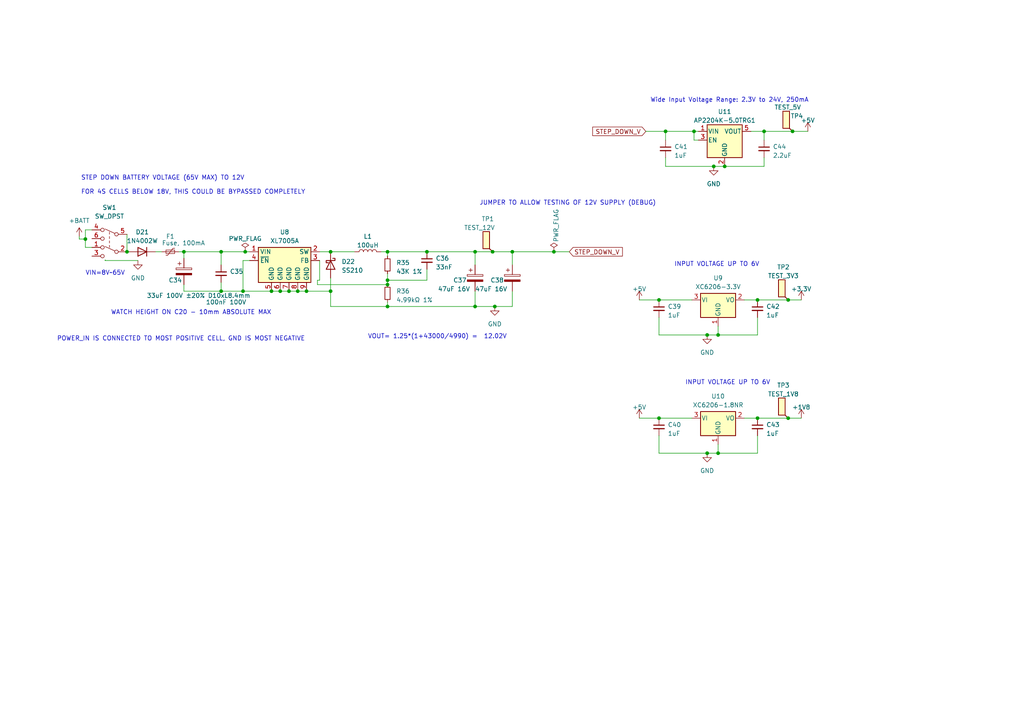
<source format=kicad_sch>
(kicad_sch (version 20230121) (generator eeschema)

  (uuid 37adc5e8-925d-4a3c-837f-64680f34d0d9)

  (paper "A4")

  (lib_symbols
    (symbol "Connector:TestPoint_Flag" (pin_numbers hide) (pin_names (offset 0.762) hide) (in_bom yes) (on_board yes)
      (property "Reference" "TP" (at 3.429 1.778 0)
        (effects (font (size 1.27 1.27)))
      )
      (property "Value" "TestPoint_Flag" (at 3.302 4.191 0)
        (effects (font (size 1.27 1.27)))
      )
      (property "Footprint" "" (at 5.08 0 0)
        (effects (font (size 1.27 1.27)) hide)
      )
      (property "Datasheet" "~" (at 5.08 0 0)
        (effects (font (size 1.27 1.27)) hide)
      )
      (property "ki_keywords" "test point tp" (at 0 0 0)
        (effects (font (size 1.27 1.27)) hide)
      )
      (property "ki_description" "test point (alternative flag-style design)" (at 0 0 0)
        (effects (font (size 1.27 1.27)) hide)
      )
      (property "ki_fp_filters" "Pin* Test*" (at 0 0 0)
        (effects (font (size 1.27 1.27)) hide)
      )
      (symbol "TestPoint_Flag_0_1"
        (polyline
          (pts
            (xy 0 0)
            (xy 0.889 0.889)
          )
          (stroke (width 0.254) (type default))
          (fill (type none))
        )
        (rectangle (start 0.889 2.794) (end 5.842 0.889)
          (stroke (width 0.254) (type default))
          (fill (type background))
        )
      )
      (symbol "TestPoint_Flag_1_1"
        (pin passive line (at 0 0 90) (length 0)
          (name "1" (effects (font (size 1.27 1.27))))
          (number "1" (effects (font (size 1.27 1.27))))
        )
      )
    )
    (symbol "Device:C_Polarized" (pin_numbers hide) (pin_names (offset 0.254)) (in_bom yes) (on_board yes)
      (property "Reference" "C" (at 0.635 2.54 0)
        (effects (font (size 1.27 1.27)) (justify left))
      )
      (property "Value" "C_Polarized" (at 0.635 -2.54 0)
        (effects (font (size 1.27 1.27)) (justify left))
      )
      (property "Footprint" "" (at 0.9652 -3.81 0)
        (effects (font (size 1.27 1.27)) hide)
      )
      (property "Datasheet" "~" (at 0 0 0)
        (effects (font (size 1.27 1.27)) hide)
      )
      (property "ki_keywords" "cap capacitor" (at 0 0 0)
        (effects (font (size 1.27 1.27)) hide)
      )
      (property "ki_description" "Polarized capacitor" (at 0 0 0)
        (effects (font (size 1.27 1.27)) hide)
      )
      (property "ki_fp_filters" "CP_*" (at 0 0 0)
        (effects (font (size 1.27 1.27)) hide)
      )
      (symbol "C_Polarized_0_1"
        (rectangle (start -2.286 0.508) (end 2.286 1.016)
          (stroke (width 0) (type default))
          (fill (type none))
        )
        (polyline
          (pts
            (xy -1.778 2.286)
            (xy -0.762 2.286)
          )
          (stroke (width 0) (type default))
          (fill (type none))
        )
        (polyline
          (pts
            (xy -1.27 2.794)
            (xy -1.27 1.778)
          )
          (stroke (width 0) (type default))
          (fill (type none))
        )
        (rectangle (start 2.286 -0.508) (end -2.286 -1.016)
          (stroke (width 0) (type default))
          (fill (type outline))
        )
      )
      (symbol "C_Polarized_1_1"
        (pin passive line (at 0 3.81 270) (length 2.794)
          (name "~" (effects (font (size 1.27 1.27))))
          (number "1" (effects (font (size 1.27 1.27))))
        )
        (pin passive line (at 0 -3.81 90) (length 2.794)
          (name "~" (effects (font (size 1.27 1.27))))
          (number "2" (effects (font (size 1.27 1.27))))
        )
      )
    )
    (symbol "Device:C_Small" (pin_numbers hide) (pin_names (offset 0.254) hide) (in_bom yes) (on_board yes)
      (property "Reference" "C" (at 0.254 1.778 0)
        (effects (font (size 1.27 1.27)) (justify left))
      )
      (property "Value" "C_Small" (at 0.254 -2.032 0)
        (effects (font (size 1.27 1.27)) (justify left))
      )
      (property "Footprint" "" (at 0 0 0)
        (effects (font (size 1.27 1.27)) hide)
      )
      (property "Datasheet" "~" (at 0 0 0)
        (effects (font (size 1.27 1.27)) hide)
      )
      (property "ki_keywords" "capacitor cap" (at 0 0 0)
        (effects (font (size 1.27 1.27)) hide)
      )
      (property "ki_description" "Unpolarized capacitor, small symbol" (at 0 0 0)
        (effects (font (size 1.27 1.27)) hide)
      )
      (property "ki_fp_filters" "C_*" (at 0 0 0)
        (effects (font (size 1.27 1.27)) hide)
      )
      (symbol "C_Small_0_1"
        (polyline
          (pts
            (xy -1.524 -0.508)
            (xy 1.524 -0.508)
          )
          (stroke (width 0.3302) (type default))
          (fill (type none))
        )
        (polyline
          (pts
            (xy -1.524 0.508)
            (xy 1.524 0.508)
          )
          (stroke (width 0.3048) (type default))
          (fill (type none))
        )
      )
      (symbol "C_Small_1_1"
        (pin passive line (at 0 2.54 270) (length 2.032)
          (name "~" (effects (font (size 1.27 1.27))))
          (number "1" (effects (font (size 1.27 1.27))))
        )
        (pin passive line (at 0 -2.54 90) (length 2.032)
          (name "~" (effects (font (size 1.27 1.27))))
          (number "2" (effects (font (size 1.27 1.27))))
        )
      )
    )
    (symbol "Device:D_Schottky" (pin_numbers hide) (pin_names (offset 1.016) hide) (in_bom yes) (on_board yes)
      (property "Reference" "D" (at 0 2.54 0)
        (effects (font (size 1.27 1.27)))
      )
      (property "Value" "D_Schottky" (at 0 -2.54 0)
        (effects (font (size 1.27 1.27)))
      )
      (property "Footprint" "" (at 0 0 0)
        (effects (font (size 1.27 1.27)) hide)
      )
      (property "Datasheet" "~" (at 0 0 0)
        (effects (font (size 1.27 1.27)) hide)
      )
      (property "ki_keywords" "diode Schottky" (at 0 0 0)
        (effects (font (size 1.27 1.27)) hide)
      )
      (property "ki_description" "Schottky diode" (at 0 0 0)
        (effects (font (size 1.27 1.27)) hide)
      )
      (property "ki_fp_filters" "TO-???* *_Diode_* *SingleDiode* D_*" (at 0 0 0)
        (effects (font (size 1.27 1.27)) hide)
      )
      (symbol "D_Schottky_0_1"
        (polyline
          (pts
            (xy 1.27 0)
            (xy -1.27 0)
          )
          (stroke (width 0) (type default))
          (fill (type none))
        )
        (polyline
          (pts
            (xy 1.27 1.27)
            (xy 1.27 -1.27)
            (xy -1.27 0)
            (xy 1.27 1.27)
          )
          (stroke (width 0.254) (type default))
          (fill (type none))
        )
        (polyline
          (pts
            (xy -1.905 0.635)
            (xy -1.905 1.27)
            (xy -1.27 1.27)
            (xy -1.27 -1.27)
            (xy -0.635 -1.27)
            (xy -0.635 -0.635)
          )
          (stroke (width 0.254) (type default))
          (fill (type none))
        )
      )
      (symbol "D_Schottky_1_1"
        (pin passive line (at -3.81 0 0) (length 2.54)
          (name "K" (effects (font (size 1.27 1.27))))
          (number "1" (effects (font (size 1.27 1.27))))
        )
        (pin passive line (at 3.81 0 180) (length 2.54)
          (name "A" (effects (font (size 1.27 1.27))))
          (number "2" (effects (font (size 1.27 1.27))))
        )
      )
    )
    (symbol "Device:L" (pin_numbers hide) (pin_names (offset 1.016) hide) (in_bom yes) (on_board yes)
      (property "Reference" "L" (at -1.27 0 90)
        (effects (font (size 1.27 1.27)))
      )
      (property "Value" "L" (at 1.905 0 90)
        (effects (font (size 1.27 1.27)))
      )
      (property "Footprint" "" (at 0 0 0)
        (effects (font (size 1.27 1.27)) hide)
      )
      (property "Datasheet" "~" (at 0 0 0)
        (effects (font (size 1.27 1.27)) hide)
      )
      (property "ki_keywords" "inductor choke coil reactor magnetic" (at 0 0 0)
        (effects (font (size 1.27 1.27)) hide)
      )
      (property "ki_description" "Inductor" (at 0 0 0)
        (effects (font (size 1.27 1.27)) hide)
      )
      (property "ki_fp_filters" "Choke_* *Coil* Inductor_* L_*" (at 0 0 0)
        (effects (font (size 1.27 1.27)) hide)
      )
      (symbol "L_0_1"
        (arc (start 0 -2.54) (mid 0.6323 -1.905) (end 0 -1.27)
          (stroke (width 0) (type default))
          (fill (type none))
        )
        (arc (start 0 -1.27) (mid 0.6323 -0.635) (end 0 0)
          (stroke (width 0) (type default))
          (fill (type none))
        )
        (arc (start 0 0) (mid 0.6323 0.635) (end 0 1.27)
          (stroke (width 0) (type default))
          (fill (type none))
        )
        (arc (start 0 1.27) (mid 0.6323 1.905) (end 0 2.54)
          (stroke (width 0) (type default))
          (fill (type none))
        )
      )
      (symbol "L_1_1"
        (pin passive line (at 0 3.81 270) (length 1.27)
          (name "1" (effects (font (size 1.27 1.27))))
          (number "1" (effects (font (size 1.27 1.27))))
        )
        (pin passive line (at 0 -3.81 90) (length 1.27)
          (name "2" (effects (font (size 1.27 1.27))))
          (number "2" (effects (font (size 1.27 1.27))))
        )
      )
    )
    (symbol "Device:Polyfuse_Small" (pin_numbers hide) (pin_names (offset 0)) (in_bom yes) (on_board yes)
      (property "Reference" "F" (at -1.905 0 90)
        (effects (font (size 1.27 1.27)))
      )
      (property "Value" "Polyfuse_Small" (at 1.905 0 90)
        (effects (font (size 1.27 1.27)))
      )
      (property "Footprint" "" (at 1.27 -5.08 0)
        (effects (font (size 1.27 1.27)) (justify left) hide)
      )
      (property "Datasheet" "~" (at 0 0 0)
        (effects (font (size 1.27 1.27)) hide)
      )
      (property "ki_keywords" "resettable fuse PTC PPTC polyfuse polyswitch" (at 0 0 0)
        (effects (font (size 1.27 1.27)) hide)
      )
      (property "ki_description" "Resettable fuse, polymeric positive temperature coefficient, small symbol" (at 0 0 0)
        (effects (font (size 1.27 1.27)) hide)
      )
      (property "ki_fp_filters" "*polyfuse* *PTC*" (at 0 0 0)
        (effects (font (size 1.27 1.27)) hide)
      )
      (symbol "Polyfuse_Small_0_1"
        (rectangle (start -0.508 1.27) (end 0.508 -1.27)
          (stroke (width 0) (type default))
          (fill (type none))
        )
        (polyline
          (pts
            (xy 0 2.54)
            (xy 0 -2.54)
          )
          (stroke (width 0) (type default))
          (fill (type none))
        )
        (polyline
          (pts
            (xy -1.016 1.27)
            (xy -1.016 0.762)
            (xy 1.016 -0.762)
            (xy 1.016 -1.27)
          )
          (stroke (width 0) (type default))
          (fill (type none))
        )
      )
      (symbol "Polyfuse_Small_1_1"
        (pin passive line (at 0 2.54 270) (length 0.635)
          (name "~" (effects (font (size 1.27 1.27))))
          (number "1" (effects (font (size 1.27 1.27))))
        )
        (pin passive line (at 0 -2.54 90) (length 0.635)
          (name "~" (effects (font (size 1.27 1.27))))
          (number "2" (effects (font (size 1.27 1.27))))
        )
      )
    )
    (symbol "Device:R_Small" (pin_numbers hide) (pin_names (offset 0.254) hide) (in_bom yes) (on_board yes)
      (property "Reference" "R" (at 0.762 0.508 0)
        (effects (font (size 1.27 1.27)) (justify left))
      )
      (property "Value" "R_Small" (at 0.762 -1.016 0)
        (effects (font (size 1.27 1.27)) (justify left))
      )
      (property "Footprint" "" (at 0 0 0)
        (effects (font (size 1.27 1.27)) hide)
      )
      (property "Datasheet" "~" (at 0 0 0)
        (effects (font (size 1.27 1.27)) hide)
      )
      (property "ki_keywords" "R resistor" (at 0 0 0)
        (effects (font (size 1.27 1.27)) hide)
      )
      (property "ki_description" "Resistor, small symbol" (at 0 0 0)
        (effects (font (size 1.27 1.27)) hide)
      )
      (property "ki_fp_filters" "R_*" (at 0 0 0)
        (effects (font (size 1.27 1.27)) hide)
      )
      (symbol "R_Small_0_1"
        (rectangle (start -0.762 1.778) (end 0.762 -1.778)
          (stroke (width 0.2032) (type default))
          (fill (type none))
        )
      )
      (symbol "R_Small_1_1"
        (pin passive line (at 0 2.54 270) (length 0.762)
          (name "~" (effects (font (size 1.27 1.27))))
          (number "1" (effects (font (size 1.27 1.27))))
        )
        (pin passive line (at 0 -2.54 90) (length 0.762)
          (name "~" (effects (font (size 1.27 1.27))))
          (number "2" (effects (font (size 1.27 1.27))))
        )
      )
    )
    (symbol "Diode:1N4007" (pin_numbers hide) (pin_names hide) (in_bom yes) (on_board yes)
      (property "Reference" "D" (at 0 2.54 0)
        (effects (font (size 1.27 1.27)))
      )
      (property "Value" "1N4007" (at 0 -2.54 0)
        (effects (font (size 1.27 1.27)))
      )
      (property "Footprint" "Diode_THT:D_DO-41_SOD81_P10.16mm_Horizontal" (at 0 -4.445 0)
        (effects (font (size 1.27 1.27)) hide)
      )
      (property "Datasheet" "http://www.vishay.com/docs/88503/1n4001.pdf" (at 0 0 0)
        (effects (font (size 1.27 1.27)) hide)
      )
      (property "Sim.Device" "D" (at 0 0 0)
        (effects (font (size 1.27 1.27)) hide)
      )
      (property "Sim.Pins" "1=K 2=A" (at 0 0 0)
        (effects (font (size 1.27 1.27)) hide)
      )
      (property "ki_keywords" "diode" (at 0 0 0)
        (effects (font (size 1.27 1.27)) hide)
      )
      (property "ki_description" "1000V 1A General Purpose Rectifier Diode, DO-41" (at 0 0 0)
        (effects (font (size 1.27 1.27)) hide)
      )
      (property "ki_fp_filters" "D*DO?41*" (at 0 0 0)
        (effects (font (size 1.27 1.27)) hide)
      )
      (symbol "1N4007_0_1"
        (polyline
          (pts
            (xy -1.27 1.27)
            (xy -1.27 -1.27)
          )
          (stroke (width 0.254) (type default))
          (fill (type none))
        )
        (polyline
          (pts
            (xy 1.27 0)
            (xy -1.27 0)
          )
          (stroke (width 0) (type default))
          (fill (type none))
        )
        (polyline
          (pts
            (xy 1.27 1.27)
            (xy 1.27 -1.27)
            (xy -1.27 0)
            (xy 1.27 1.27)
          )
          (stroke (width 0.254) (type default))
          (fill (type none))
        )
      )
      (symbol "1N4007_1_1"
        (pin passive line (at -3.81 0 0) (length 2.54)
          (name "K" (effects (font (size 1.27 1.27))))
          (number "1" (effects (font (size 1.27 1.27))))
        )
        (pin passive line (at 3.81 0 180) (length 2.54)
          (name "A" (effects (font (size 1.27 1.27))))
          (number "2" (effects (font (size 1.27 1.27))))
        )
      )
    )
    (symbol "Regulator_Linear:AP2204K-5.0" (pin_names (offset 0.254)) (in_bom yes) (on_board yes)
      (property "Reference" "U" (at -5.08 5.715 0)
        (effects (font (size 1.27 1.27)) (justify left))
      )
      (property "Value" "AP2204K-5.0" (at 0 5.715 0)
        (effects (font (size 1.27 1.27)) (justify left))
      )
      (property "Footprint" "Package_TO_SOT_SMD:SOT-23-5" (at 0 8.255 0)
        (effects (font (size 1.27 1.27)) hide)
      )
      (property "Datasheet" "https://www.diodes.com/assets/Datasheets/AP2204.pdf" (at 0 2.54 0)
        (effects (font (size 1.27 1.27)) hide)
      )
      (property "ki_keywords" "linear regulator ldo fixed positive" (at 0 0 0)
        (effects (font (size 1.27 1.27)) hide)
      )
      (property "ki_description" "150mA low dropout linear regulator, wide input voltage range, 5.0V fixed positive output, SOT-23-5" (at 0 0 0)
        (effects (font (size 1.27 1.27)) hide)
      )
      (property "ki_fp_filters" "SOT?23?5*" (at 0 0 0)
        (effects (font (size 1.27 1.27)) hide)
      )
      (symbol "AP2204K-5.0_0_1"
        (rectangle (start -5.08 4.445) (end 5.08 -5.08)
          (stroke (width 0.254) (type default))
          (fill (type background))
        )
      )
      (symbol "AP2204K-5.0_1_1"
        (pin power_in line (at -7.62 2.54 0) (length 2.54)
          (name "VIN" (effects (font (size 1.27 1.27))))
          (number "1" (effects (font (size 1.27 1.27))))
        )
        (pin power_in line (at 0 -7.62 90) (length 2.54)
          (name "GND" (effects (font (size 1.27 1.27))))
          (number "2" (effects (font (size 1.27 1.27))))
        )
        (pin input line (at -7.62 0 0) (length 2.54)
          (name "EN" (effects (font (size 1.27 1.27))))
          (number "3" (effects (font (size 1.27 1.27))))
        )
        (pin no_connect line (at 5.08 0 180) (length 2.54) hide
          (name "NC" (effects (font (size 1.27 1.27))))
          (number "4" (effects (font (size 1.27 1.27))))
        )
        (pin power_out line (at 7.62 2.54 180) (length 2.54)
          (name "VOUT" (effects (font (size 1.27 1.27))))
          (number "5" (effects (font (size 1.27 1.27))))
        )
      )
    )
    (symbol "Regulator_Linear:XC6206PxxxMR" (pin_names (offset 0.254)) (in_bom yes) (on_board yes)
      (property "Reference" "U" (at -3.81 3.175 0)
        (effects (font (size 1.27 1.27)))
      )
      (property "Value" "XC6206PxxxMR" (at 0 3.175 0)
        (effects (font (size 1.27 1.27)) (justify left))
      )
      (property "Footprint" "Package_TO_SOT_SMD:SOT-23-3" (at 0 5.715 0)
        (effects (font (size 1.27 1.27) italic) hide)
      )
      (property "Datasheet" "https://www.torexsemi.com/file/xc6206/XC6206.pdf" (at 0 0 0)
        (effects (font (size 1.27 1.27)) hide)
      )
      (property "ki_keywords" "Torex LDO Voltage Regulator Fixed Positive" (at 0 0 0)
        (effects (font (size 1.27 1.27)) hide)
      )
      (property "ki_description" "Positive 60-250mA Low Dropout Regulator, Fixed Output, SOT-23" (at 0 0 0)
        (effects (font (size 1.27 1.27)) hide)
      )
      (property "ki_fp_filters" "SOT?23?3*" (at 0 0 0)
        (effects (font (size 1.27 1.27)) hide)
      )
      (symbol "XC6206PxxxMR_0_1"
        (rectangle (start -5.08 1.905) (end 5.08 -5.08)
          (stroke (width 0.254) (type default))
          (fill (type background))
        )
      )
      (symbol "XC6206PxxxMR_1_1"
        (pin power_in line (at 0 -7.62 90) (length 2.54)
          (name "GND" (effects (font (size 1.27 1.27))))
          (number "1" (effects (font (size 1.27 1.27))))
        )
        (pin power_out line (at 7.62 0 180) (length 2.54)
          (name "VO" (effects (font (size 1.27 1.27))))
          (number "2" (effects (font (size 1.27 1.27))))
        )
        (pin power_in line (at -7.62 0 0) (length 2.54)
          (name "VI" (effects (font (size 1.27 1.27))))
          (number "3" (effects (font (size 1.27 1.27))))
        )
      )
    )
    (symbol "Switch:SW_DPST" (pin_names (offset 0) hide) (in_bom yes) (on_board yes)
      (property "Reference" "SW1" (at 0 9.017 0)
        (effects (font (size 1.27 1.27)))
      )
      (property "Value" "SW_DPST" (at 0 6.477 0)
        (effects (font (size 1.27 1.27)))
      )
      (property "Footprint" "G_swicht:SW_Push_2P2T_Toggle_G_swicht" (at 5.08 11.43 0)
        (effects (font (size 1.27 1.27)) hide)
      )
      (property "Datasheet" "~" (at 0 -1.27 0)
        (effects (font (size 1.27 1.27)) hide)
      )
      (property "lcsc_code" "C5362622" (at 17.78 8.89 0)
        (effects (font (size 1.27 1.27)) hide)
      )
      (property "LCSCStockCode" "C5362622" (at 17.78 8.89 0)
        (effects (font (size 1.27 1.27)) hide)
      )
      (property "ki_keywords" "switch dual double-pole single-throw OFF-ON" (at 0 0 0)
        (effects (font (size 1.27 1.27)) hide)
      )
      (property "ki_description" "Double Pole Single Throw (DPST) Switch" (at 0 0 0)
        (effects (font (size 1.27 1.27)) hide)
      )
      (symbol "SW_DPST_0_0"
        (circle (center -2.032 -3.81) (radius 0.508)
          (stroke (width 0) (type default))
          (fill (type none))
        )
        (circle (center -2.032 1.27) (radius 0.508)
          (stroke (width 0) (type default))
          (fill (type none))
        )
        (polyline
          (pts
            (xy -1.524 -3.556)
            (xy 1.27 -2.286)
          )
          (stroke (width 0) (type default))
          (fill (type none))
        )
        (polyline
          (pts
            (xy -1.524 1.524)
            (xy 1.27 2.794)
          )
          (stroke (width 0) (type default))
          (fill (type none))
        )
        (polyline
          (pts
            (xy 0 -2.54)
            (xy 0 -1.905)
          )
          (stroke (width 0) (type default))
          (fill (type none))
        )
        (polyline
          (pts
            (xy 0 -1.27)
            (xy 0 -0.635)
          )
          (stroke (width 0) (type default))
          (fill (type none))
        )
        (polyline
          (pts
            (xy 0 0)
            (xy 0 0.635)
          )
          (stroke (width 0) (type default))
          (fill (type none))
        )
        (polyline
          (pts
            (xy 0 1.27)
            (xy 0 1.905)
          )
          (stroke (width 0) (type default))
          (fill (type none))
        )
        (circle (center 2.032 -5.08) (radius 0.508)
          (stroke (width 0) (type default))
          (fill (type none))
        )
        (circle (center 2.032 -2.54) (radius 0.508)
          (stroke (width 0) (type default))
          (fill (type none))
        )
        (circle (center 2.032 0) (radius 0.508)
          (stroke (width 0) (type default))
          (fill (type none))
        )
        (circle (center 2.032 2.54) (radius 0.508)
          (stroke (width 0) (type default))
          (fill (type none))
        )
      )
      (symbol "SW_DPST_1_1"
        (pin passive line (at 5.08 -2.54 180) (length 2.54)
          (name "1" (effects (font (size 1.27 1.27))))
          (number "1" (effects (font (size 1.27 1.27))))
        )
        (pin passive line (at -5.08 -3.81 0) (length 2.54)
          (name "2" (effects (font (size 1.27 1.27))))
          (number "2" (effects (font (size 1.27 1.27))))
        )
        (pin passive line (at 5.08 -5.08 180) (length 2.54)
          (name "3" (effects (font (size 1.27 1.27))))
          (number "3" (effects (font (size 1.27 1.27))))
        )
        (pin passive line (at 5.08 2.54 180) (length 2.54)
          (name "4" (effects (font (size 1.27 1.27))))
          (number "4" (effects (font (size 1.27 1.27))))
        )
        (pin passive line (at -5.08 1.27 0) (length 2.54)
          (name "5" (effects (font (size 1.27 1.27))))
          (number "5" (effects (font (size 1.27 1.27))))
        )
        (pin passive line (at 5.08 0 180) (length 2.54)
          (name "6" (effects (font (size 1.27 1.27))))
          (number "6" (effects (font (size 1.27 1.27))))
        )
      )
    )
    (symbol "XLSEMI:XL7005A" (in_bom yes) (on_board yes)
      (property "Reference" "U" (at -7.112 6.096 0)
        (effects (font (size 1.27 1.27)))
      )
      (property "Value" "XL7005A" (at 5.842 6.096 0)
        (effects (font (size 1.27 1.27)))
      )
      (property "Footprint" "Package_SO:SOIC-8-1EP_3.9x4.9mm_P1.27mm_EP2.29x3mm_ThermalVias" (at 0 8.382 0)
        (effects (font (size 1.27 1.27)) hide)
      )
      (property "Datasheet" "https://www.xlsemi.com/datasheet/XL7005A%20datasheet-English.pdf" (at 2.54 10.668 0)
        (effects (font (size 1.27 1.27)) hide)
      )
      (property "ki_keywords" "Buck DC/DC Converter" (at 0 0 0)
        (effects (font (size 1.27 1.27)) hide)
      )
      (property "ki_description" "Buck DC/DC Converter, 0.4A, Max 100V Input Voltage" (at 0 0 0)
        (effects (font (size 1.27 1.27)) hide)
      )
      (property "ki_fp_filters" "SOIC-8-1EP*3.9x4.9mm*P1.27mm" (at 0 0 0)
        (effects (font (size 1.27 1.27)) hide)
      )
      (symbol "XL7005A_0_1"
        (rectangle (start -7.62 5.08) (end 7.62 -5.08)
          (stroke (width 0.254) (type default))
          (fill (type background))
        )
      )
      (symbol "XL7005A_1_0"
        (pin power_in line (at 6.35 -7.62 90) (length 2.54)
          (name "GND" (effects (font (size 1.27 1.27))))
          (number "9" (effects (font (size 1.27 1.27))))
        )
      )
      (symbol "XL7005A_1_1"
        (pin power_in line (at -10.16 3.81 0) (length 2.54)
          (name "VIN" (effects (font (size 1.27 1.27))))
          (number "1" (effects (font (size 1.27 1.27))))
        )
        (pin power_out line (at 10.16 3.81 180) (length 2.54)
          (name "SW" (effects (font (size 1.27 1.27))))
          (number "2" (effects (font (size 1.27 1.27))))
        )
        (pin input line (at 10.16 1.27 180) (length 2.54)
          (name "FB" (effects (font (size 1.27 1.27))))
          (number "3" (effects (font (size 1.27 1.27))))
        )
        (pin input line (at -10.16 1.27 0) (length 2.54)
          (name "~{EN}" (effects (font (size 1.27 1.27))))
          (number "4" (effects (font (size 1.27 1.27))))
        )
        (pin power_in line (at -3.81 -7.62 90) (length 2.54)
          (name "GND" (effects (font (size 1.27 1.27))))
          (number "5" (effects (font (size 1.27 1.27))))
        )
        (pin power_in line (at -1.27 -7.62 90) (length 2.54)
          (name "GND" (effects (font (size 1.27 1.27))))
          (number "6" (effects (font (size 1.27 1.27))))
        )
        (pin power_in line (at 1.27 -7.62 90) (length 2.54)
          (name "GND" (effects (font (size 1.27 1.27))))
          (number "7" (effects (font (size 1.27 1.27))))
        )
        (pin power_in line (at 3.81 -7.62 90) (length 2.54)
          (name "GND" (effects (font (size 1.27 1.27))))
          (number "8" (effects (font (size 1.27 1.27))))
        )
      )
    )
    (symbol "power:+1V8" (power) (pin_names (offset 0)) (in_bom yes) (on_board yes)
      (property "Reference" "#PWR" (at 0 -3.81 0)
        (effects (font (size 1.27 1.27)) hide)
      )
      (property "Value" "+1V8" (at 0 3.556 0)
        (effects (font (size 1.27 1.27)))
      )
      (property "Footprint" "" (at 0 0 0)
        (effects (font (size 1.27 1.27)) hide)
      )
      (property "Datasheet" "" (at 0 0 0)
        (effects (font (size 1.27 1.27)) hide)
      )
      (property "ki_keywords" "global power" (at 0 0 0)
        (effects (font (size 1.27 1.27)) hide)
      )
      (property "ki_description" "Power symbol creates a global label with name \"+1V8\"" (at 0 0 0)
        (effects (font (size 1.27 1.27)) hide)
      )
      (symbol "+1V8_0_1"
        (polyline
          (pts
            (xy -0.762 1.27)
            (xy 0 2.54)
          )
          (stroke (width 0) (type default))
          (fill (type none))
        )
        (polyline
          (pts
            (xy 0 0)
            (xy 0 2.54)
          )
          (stroke (width 0) (type default))
          (fill (type none))
        )
        (polyline
          (pts
            (xy 0 2.54)
            (xy 0.762 1.27)
          )
          (stroke (width 0) (type default))
          (fill (type none))
        )
      )
      (symbol "+1V8_1_1"
        (pin power_in line (at 0 0 90) (length 0) hide
          (name "+1V8" (effects (font (size 1.27 1.27))))
          (number "1" (effects (font (size 1.27 1.27))))
        )
      )
    )
    (symbol "power:+3.3V" (power) (pin_names (offset 0)) (in_bom yes) (on_board yes)
      (property "Reference" "#PWR" (at 0 -3.81 0)
        (effects (font (size 1.27 1.27)) hide)
      )
      (property "Value" "+3.3V" (at 0 3.556 0)
        (effects (font (size 1.27 1.27)))
      )
      (property "Footprint" "" (at 0 0 0)
        (effects (font (size 1.27 1.27)) hide)
      )
      (property "Datasheet" "" (at 0 0 0)
        (effects (font (size 1.27 1.27)) hide)
      )
      (property "ki_keywords" "global power" (at 0 0 0)
        (effects (font (size 1.27 1.27)) hide)
      )
      (property "ki_description" "Power symbol creates a global label with name \"+3.3V\"" (at 0 0 0)
        (effects (font (size 1.27 1.27)) hide)
      )
      (symbol "+3.3V_0_1"
        (polyline
          (pts
            (xy -0.762 1.27)
            (xy 0 2.54)
          )
          (stroke (width 0) (type default))
          (fill (type none))
        )
        (polyline
          (pts
            (xy 0 0)
            (xy 0 2.54)
          )
          (stroke (width 0) (type default))
          (fill (type none))
        )
        (polyline
          (pts
            (xy 0 2.54)
            (xy 0.762 1.27)
          )
          (stroke (width 0) (type default))
          (fill (type none))
        )
      )
      (symbol "+3.3V_1_1"
        (pin power_in line (at 0 0 90) (length 0) hide
          (name "+3.3V" (effects (font (size 1.27 1.27))))
          (number "1" (effects (font (size 1.27 1.27))))
        )
      )
    )
    (symbol "power:+5V" (power) (pin_names (offset 0)) (in_bom yes) (on_board yes)
      (property "Reference" "#PWR" (at 0 -3.81 0)
        (effects (font (size 1.27 1.27)) hide)
      )
      (property "Value" "+5V" (at 0 3.556 0)
        (effects (font (size 1.27 1.27)))
      )
      (property "Footprint" "" (at 0 0 0)
        (effects (font (size 1.27 1.27)) hide)
      )
      (property "Datasheet" "" (at 0 0 0)
        (effects (font (size 1.27 1.27)) hide)
      )
      (property "ki_keywords" "global power" (at 0 0 0)
        (effects (font (size 1.27 1.27)) hide)
      )
      (property "ki_description" "Power symbol creates a global label with name \"+5V\"" (at 0 0 0)
        (effects (font (size 1.27 1.27)) hide)
      )
      (symbol "+5V_0_1"
        (polyline
          (pts
            (xy -0.762 1.27)
            (xy 0 2.54)
          )
          (stroke (width 0) (type default))
          (fill (type none))
        )
        (polyline
          (pts
            (xy 0 0)
            (xy 0 2.54)
          )
          (stroke (width 0) (type default))
          (fill (type none))
        )
        (polyline
          (pts
            (xy 0 2.54)
            (xy 0.762 1.27)
          )
          (stroke (width 0) (type default))
          (fill (type none))
        )
      )
      (symbol "+5V_1_1"
        (pin power_in line (at 0 0 90) (length 0) hide
          (name "+5V" (effects (font (size 1.27 1.27))))
          (number "1" (effects (font (size 1.27 1.27))))
        )
      )
    )
    (symbol "power:+BATT" (power) (pin_names (offset 0)) (in_bom yes) (on_board yes)
      (property "Reference" "#PWR" (at 0 -3.81 0)
        (effects (font (size 1.27 1.27)) hide)
      )
      (property "Value" "+BATT" (at 0 3.556 0)
        (effects (font (size 1.27 1.27)))
      )
      (property "Footprint" "" (at 0 0 0)
        (effects (font (size 1.27 1.27)) hide)
      )
      (property "Datasheet" "" (at 0 0 0)
        (effects (font (size 1.27 1.27)) hide)
      )
      (property "ki_keywords" "global power battery" (at 0 0 0)
        (effects (font (size 1.27 1.27)) hide)
      )
      (property "ki_description" "Power symbol creates a global label with name \"+BATT\"" (at 0 0 0)
        (effects (font (size 1.27 1.27)) hide)
      )
      (symbol "+BATT_0_1"
        (polyline
          (pts
            (xy -0.762 1.27)
            (xy 0 2.54)
          )
          (stroke (width 0) (type default))
          (fill (type none))
        )
        (polyline
          (pts
            (xy 0 0)
            (xy 0 2.54)
          )
          (stroke (width 0) (type default))
          (fill (type none))
        )
        (polyline
          (pts
            (xy 0 2.54)
            (xy 0.762 1.27)
          )
          (stroke (width 0) (type default))
          (fill (type none))
        )
      )
      (symbol "+BATT_1_1"
        (pin power_in line (at 0 0 90) (length 0) hide
          (name "+BATT" (effects (font (size 1.27 1.27))))
          (number "1" (effects (font (size 1.27 1.27))))
        )
      )
    )
    (symbol "power:GND" (power) (pin_names (offset 0)) (in_bom yes) (on_board yes)
      (property "Reference" "#PWR" (at 0 -6.35 0)
        (effects (font (size 1.27 1.27)) hide)
      )
      (property "Value" "GND" (at 0 -3.81 0)
        (effects (font (size 1.27 1.27)))
      )
      (property "Footprint" "" (at 0 0 0)
        (effects (font (size 1.27 1.27)) hide)
      )
      (property "Datasheet" "" (at 0 0 0)
        (effects (font (size 1.27 1.27)) hide)
      )
      (property "ki_keywords" "global power" (at 0 0 0)
        (effects (font (size 1.27 1.27)) hide)
      )
      (property "ki_description" "Power symbol creates a global label with name \"GND\" , ground" (at 0 0 0)
        (effects (font (size 1.27 1.27)) hide)
      )
      (symbol "GND_0_1"
        (polyline
          (pts
            (xy 0 0)
            (xy 0 -1.27)
            (xy 1.27 -1.27)
            (xy 0 -2.54)
            (xy -1.27 -1.27)
            (xy 0 -1.27)
          )
          (stroke (width 0) (type default))
          (fill (type none))
        )
      )
      (symbol "GND_1_1"
        (pin power_in line (at 0 0 270) (length 0) hide
          (name "GND" (effects (font (size 1.27 1.27))))
          (number "1" (effects (font (size 1.27 1.27))))
        )
      )
    )
    (symbol "power:PWR_FLAG" (power) (pin_numbers hide) (pin_names (offset 0) hide) (in_bom yes) (on_board yes)
      (property "Reference" "#FLG" (at 0 1.905 0)
        (effects (font (size 1.27 1.27)) hide)
      )
      (property "Value" "PWR_FLAG" (at 0 3.81 0)
        (effects (font (size 1.27 1.27)))
      )
      (property "Footprint" "" (at 0 0 0)
        (effects (font (size 1.27 1.27)) hide)
      )
      (property "Datasheet" "~" (at 0 0 0)
        (effects (font (size 1.27 1.27)) hide)
      )
      (property "ki_keywords" "flag power" (at 0 0 0)
        (effects (font (size 1.27 1.27)) hide)
      )
      (property "ki_description" "Special symbol for telling ERC where power comes from" (at 0 0 0)
        (effects (font (size 1.27 1.27)) hide)
      )
      (symbol "PWR_FLAG_0_0"
        (pin power_out line (at 0 0 90) (length 0)
          (name "pwr" (effects (font (size 1.27 1.27))))
          (number "1" (effects (font (size 1.27 1.27))))
        )
      )
      (symbol "PWR_FLAG_0_1"
        (polyline
          (pts
            (xy 0 0)
            (xy 0 1.27)
            (xy -1.016 1.905)
            (xy 0 2.54)
            (xy 1.016 1.905)
            (xy 0 1.27)
          )
          (stroke (width 0) (type default))
          (fill (type none))
        )
      )
    )
  )

  (junction (at 193.04 38.1) (diameter 0) (color 0 0 0 0)
    (uuid 01329730-8efc-45ac-944a-3ff619e0c30d)
  )
  (junction (at 112.395 82.55) (diameter 0) (color 0 0 0 0)
    (uuid 15632bc8-3f61-4149-aa18-a57d3dbe8911)
  )
  (junction (at 207.01 48.26) (diameter 0) (color 0 0 0 0)
    (uuid 1a778278-6678-481f-b056-3bcf561baca7)
  )
  (junction (at 95.885 84.455) (diameter 0) (color 0 0 0 0)
    (uuid 2088c2aa-46ff-4f56-a6fa-ef212167e7fc)
  )
  (junction (at 205.105 131.445) (diameter 0) (color 0 0 0 0)
    (uuid 2842d2ba-8b88-451b-9619-d7791093c134)
  )
  (junction (at 81.28 84.455) (diameter 0) (color 0 0 0 0)
    (uuid 2967f6ac-d065-4fd5-bd9b-7f8ae09ed1b1)
  )
  (junction (at 229.87 38.1) (diameter 0) (color 0 0 0 0)
    (uuid 2b5cc55b-46cc-4c2e-8504-7a7be8b9de61)
  )
  (junction (at 208.28 97.155) (diameter 0) (color 0 0 0 0)
    (uuid 37825434-9e96-4ee4-8d31-7d0d7f24c891)
  )
  (junction (at 228.6 121.285) (diameter 0) (color 0 0 0 0)
    (uuid 39827c0c-0cb8-41ac-80e3-34cb94b1509d)
  )
  (junction (at 210.185 48.26) (diameter 0) (color 0 0 0 0)
    (uuid 478a2e66-c884-4d6c-81d9-dbc750397221)
  )
  (junction (at 64.135 73.025) (diameter 0) (color 0 0 0 0)
    (uuid 4aea7a6c-b0ef-4f52-9162-29c6a52c4b6f)
  )
  (junction (at 208.28 131.445) (diameter 0) (color 0 0 0 0)
    (uuid 4d09fdda-39bb-4160-9e75-6daa8c10f690)
  )
  (junction (at 64.135 84.455) (diameter 0) (color 0 0 0 0)
    (uuid 57c4133a-5a6a-423b-bd90-147463037e4c)
  )
  (junction (at 205.105 97.155) (diameter 0) (color 0 0 0 0)
    (uuid 5e850f46-98e4-4310-a321-d3d51221983b)
  )
  (junction (at 112.395 81.28) (diameter 0) (color 0 0 0 0)
    (uuid 63428f29-a1e4-41bb-bb2b-351140057c2b)
  )
  (junction (at 70.485 84.455) (diameter 0) (color 0 0 0 0)
    (uuid 6425d3b9-7767-43cb-b257-20a411575a48)
  )
  (junction (at 78.74 84.455) (diameter 0) (color 0 0 0 0)
    (uuid 6661a564-0b54-40d4-a178-d775adb53df1)
  )
  (junction (at 201.295 38.1) (diameter 0) (color 0 0 0 0)
    (uuid 69eb2236-6218-402d-ae78-c3045210e405)
  )
  (junction (at 88.9 84.455) (diameter 0) (color 0 0 0 0)
    (uuid 6a1e8b3e-b809-4cc2-abf7-872dee29cfbc)
  )
  (junction (at 191.135 121.285) (diameter 0) (color 0 0 0 0)
    (uuid 6a482f3c-2e39-4edf-9057-599b2328cf89)
  )
  (junction (at 219.71 121.285) (diameter 0) (color 0 0 0 0)
    (uuid 6bd4122a-07e5-41e5-8f34-5ccb686214da)
  )
  (junction (at 71.12 73.025) (diameter 0) (color 0 0 0 0)
    (uuid 7243522e-b961-4865-8159-152e4ed383c3)
  )
  (junction (at 53.34 73.025) (diameter 0) (color 0 0 0 0)
    (uuid 7f14179b-3105-4e70-807f-e927e9f0cfa8)
  )
  (junction (at 143.51 88.9) (diameter 0) (color 0 0 0 0)
    (uuid 7ffc65b0-bdee-4801-b344-22f5f811520f)
  )
  (junction (at 36.83 73.025) (diameter 0) (color 0 0 0 0)
    (uuid 8d3d2fff-e300-449c-8a3e-d6e5ed75fd21)
  )
  (junction (at 137.795 88.9) (diameter 0) (color 0 0 0 0)
    (uuid 8f1bd5d0-6584-4ffe-84ac-b19f538eda7a)
  )
  (junction (at 112.395 88.9) (diameter 0) (color 0 0 0 0)
    (uuid 8fb3c427-6278-4de5-9588-b6106e9a912c)
  )
  (junction (at 123.825 73.025) (diameter 0) (color 0 0 0 0)
    (uuid 96476da2-9dbb-4967-b7a5-809ef6652eab)
  )
  (junction (at 228.6 86.995) (diameter 0) (color 0 0 0 0)
    (uuid a3cf8d88-3384-4f9a-9752-f446bfb895f5)
  )
  (junction (at 142.875 73.025) (diameter 0) (color 0 0 0 0)
    (uuid b1dc7eab-81f8-463e-8ff3-d79dcc4c7f71)
  )
  (junction (at 24.765 69.342) (diameter 0) (color 0 0 0 0)
    (uuid b450f115-6adb-41c1-a68c-f8750c250867)
  )
  (junction (at 95.885 73.025) (diameter 0) (color 0 0 0 0)
    (uuid b45bd051-4dbd-473e-8a13-d388e8dae4cf)
  )
  (junction (at 137.795 73.025) (diameter 0) (color 0 0 0 0)
    (uuid c460dd9f-d8af-4379-ab82-affc73552fd8)
  )
  (junction (at 221.615 38.1) (diameter 0) (color 0 0 0 0)
    (uuid d4f3bfc2-80fd-4d55-b662-586c058dc3db)
  )
  (junction (at 83.82 84.455) (diameter 0) (color 0 0 0 0)
    (uuid df46d495-e71b-4ecd-9d27-26292964c456)
  )
  (junction (at 112.395 73.025) (diameter 0) (color 0 0 0 0)
    (uuid e0c0f4eb-2978-4821-a80f-db28700b7e1e)
  )
  (junction (at 160.655 73.025) (diameter 0) (color 0 0 0 0)
    (uuid e55ffbd1-0fb9-4701-b9da-130563b2cd3a)
  )
  (junction (at 219.71 86.995) (diameter 0) (color 0 0 0 0)
    (uuid e6a5ceba-6011-4cdd-bc9b-da1516b0a92c)
  )
  (junction (at 191.135 86.995) (diameter 0) (color 0 0 0 0)
    (uuid ec6faf1a-ba33-46b6-8e52-0b21dcf9a339)
  )
  (junction (at 86.36 84.455) (diameter 0) (color 0 0 0 0)
    (uuid f0269363-21b7-47e0-aa16-c51bb766d662)
  )
  (junction (at 148.59 73.025) (diameter 0) (color 0 0 0 0)
    (uuid f9bbff7d-63cf-4dad-b24a-8e1f59cd4232)
  )

  (wire (pts (xy 70.485 84.455) (xy 78.74 84.455))
    (stroke (width 0) (type default))
    (uuid 03d0b8fb-7e82-425f-8ac0-bc6cfc665648)
  )
  (wire (pts (xy 191.135 126.365) (xy 191.135 131.445))
    (stroke (width 0) (type default))
    (uuid 03f7dd53-2d6b-4ccf-aa8c-c3651533407c)
  )
  (wire (pts (xy 219.71 97.155) (xy 219.71 92.075))
    (stroke (width 0) (type default))
    (uuid 044c248a-75a3-4fd4-bff0-8c7540e844d7)
  )
  (wire (pts (xy 191.135 131.445) (xy 205.105 131.445))
    (stroke (width 0) (type default))
    (uuid 0728560b-f3dd-44cd-b2a7-f6850fb736e5)
  )
  (wire (pts (xy 112.395 73.025) (xy 123.825 73.025))
    (stroke (width 0) (type default))
    (uuid 08203303-17cb-4c94-898e-0ec4d4dcbba8)
  )
  (wire (pts (xy 88.9 84.455) (xy 95.885 84.455))
    (stroke (width 0) (type default))
    (uuid 0a1e2ad7-8741-4830-81d4-ad4d53b52f95)
  )
  (wire (pts (xy 205.105 97.155) (xy 208.28 97.155))
    (stroke (width 0) (type default))
    (uuid 0a796582-1944-4706-9633-f2404d7b7c1a)
  )
  (wire (pts (xy 53.34 84.455) (xy 64.135 84.455))
    (stroke (width 0) (type default))
    (uuid 0b578604-0f88-4027-a8ff-30f07859d827)
  )
  (wire (pts (xy 137.795 88.9) (xy 143.51 88.9))
    (stroke (width 0) (type default))
    (uuid 0eb972c4-6e6b-4734-962d-3f6a5023c917)
  )
  (wire (pts (xy 221.615 40.64) (xy 221.615 38.1))
    (stroke (width 0) (type default))
    (uuid 13241c7a-ef3a-408b-aa21-940c5a947353)
  )
  (wire (pts (xy 92.71 81.28) (xy 92.71 75.565))
    (stroke (width 0) (type default))
    (uuid 133792ad-4b19-4395-9f8c-644600bb4aca)
  )
  (wire (pts (xy 123.825 81.28) (xy 123.825 78.105))
    (stroke (width 0) (type default))
    (uuid 146763ba-e79e-44f7-9a7a-8869a47a0183)
  )
  (wire (pts (xy 95.885 73.025) (xy 102.87 73.025))
    (stroke (width 0) (type default))
    (uuid 149e7c26-a1ac-4381-aab9-757082d57d54)
  )
  (wire (pts (xy 228.6 121.285) (xy 232.41 121.285))
    (stroke (width 0) (type default))
    (uuid 1b260d40-0017-4e94-acad-bd9b012fe568)
  )
  (wire (pts (xy 112.395 79.375) (xy 112.395 81.28))
    (stroke (width 0) (type default))
    (uuid 1d010bfc-2947-43f9-8532-f12d26c2737d)
  )
  (wire (pts (xy 208.28 97.155) (xy 219.71 97.155))
    (stroke (width 0) (type default))
    (uuid 208000d2-4411-4d6b-a68a-e30f746fe212)
  )
  (wire (pts (xy 210.185 48.26) (xy 221.615 48.26))
    (stroke (width 0) (type default))
    (uuid 219ad72a-ca06-4b13-933c-3bcbfd9df4ea)
  )
  (wire (pts (xy 92.075 81.28) (xy 92.075 82.55))
    (stroke (width 0) (type default))
    (uuid 23a0e490-b4bc-48a1-8b85-d09b5ee6da3c)
  )
  (wire (pts (xy 191.135 86.995) (xy 200.66 86.995))
    (stroke (width 0) (type default))
    (uuid 25ff78dc-aaba-4075-8524-b7b86e3e91e9)
  )
  (wire (pts (xy 53.34 82.55) (xy 53.34 84.455))
    (stroke (width 0) (type default))
    (uuid 26a00cc8-5cfb-4945-9fe5-f058c34d7adc)
  )
  (wire (pts (xy 83.82 84.455) (xy 86.36 84.455))
    (stroke (width 0) (type default))
    (uuid 279dd98e-7f1a-4bd0-88ee-f76d56777aa4)
  )
  (wire (pts (xy 191.135 92.075) (xy 191.135 97.155))
    (stroke (width 0) (type default))
    (uuid 2e2cce8d-166c-4bcf-8a8b-076537387b20)
  )
  (wire (pts (xy 45.085 73.025) (xy 46.863 73.025))
    (stroke (width 0) (type default))
    (uuid 30b8bb53-5f14-48fe-84fe-d6960ab1dcc3)
  )
  (wire (pts (xy 30.48 75.438) (xy 30.48 75.565))
    (stroke (width 0) (type default))
    (uuid 31914a64-d5e6-4557-8a38-016d2d9af7bd)
  )
  (wire (pts (xy 148.59 88.9) (xy 148.59 84.455))
    (stroke (width 0) (type default))
    (uuid 342d7086-2fc2-4417-9f91-1afd5b70269f)
  )
  (wire (pts (xy 221.615 48.26) (xy 221.615 45.72))
    (stroke (width 0) (type default))
    (uuid 3822bc6a-b3b5-464c-a05b-5703897650dd)
  )
  (wire (pts (xy 95.885 84.455) (xy 95.885 88.9))
    (stroke (width 0) (type default))
    (uuid 3c617751-ceb7-4f40-88f9-386822505608)
  )
  (wire (pts (xy 30.607 75.438) (xy 30.48 75.438))
    (stroke (width 0) (type default))
    (uuid 40ec3b9e-ccad-442f-bdef-4110def41fb2)
  )
  (wire (pts (xy 205.105 131.445) (xy 208.28 131.445))
    (stroke (width 0) (type default))
    (uuid 43052444-2312-408f-8b63-1780a7f98c16)
  )
  (wire (pts (xy 215.9 121.285) (xy 219.71 121.285))
    (stroke (width 0) (type default))
    (uuid 44cd0f56-e396-4315-9478-1c4d2ccb6787)
  )
  (wire (pts (xy 64.135 73.025) (xy 64.135 76.835))
    (stroke (width 0) (type default))
    (uuid 4ac4a180-2a3c-4a99-82a7-00aaff99bd67)
  )
  (wire (pts (xy 193.04 45.72) (xy 193.04 48.26))
    (stroke (width 0) (type default))
    (uuid 4f80fda3-7595-4874-ab71-44a2a84c8491)
  )
  (wire (pts (xy 229.87 38.1) (xy 234.315 38.1))
    (stroke (width 0) (type default))
    (uuid 4fe1af43-c55b-4a3a-95e7-9a92b862c47d)
  )
  (wire (pts (xy 78.74 84.455) (xy 81.28 84.455))
    (stroke (width 0) (type default))
    (uuid 4ffba66c-2c83-44a8-be2d-ae77c124efe7)
  )
  (wire (pts (xy 208.28 131.445) (xy 219.71 131.445))
    (stroke (width 0) (type default))
    (uuid 53971655-1105-4f9c-a604-a00c321105b3)
  )
  (wire (pts (xy 92.075 81.28) (xy 92.71 81.28))
    (stroke (width 0) (type default))
    (uuid 542b3c8b-3804-4d17-83e8-a09529bad711)
  )
  (wire (pts (xy 81.28 84.455) (xy 83.82 84.455))
    (stroke (width 0) (type default))
    (uuid 55a484a6-ad86-46cc-9a00-66642e946fe5)
  )
  (wire (pts (xy 148.59 73.025) (xy 160.655 73.025))
    (stroke (width 0) (type default))
    (uuid 570e1a61-a0b4-4b68-97f9-e16a07f56c2f)
  )
  (wire (pts (xy 26.67 66.675) (xy 24.765 66.675))
    (stroke (width 0) (type default))
    (uuid 598693d1-b6f8-46bd-a559-6849e9a5820a)
  )
  (wire (pts (xy 207.01 48.26) (xy 210.185 48.26))
    (stroke (width 0) (type default))
    (uuid 5a18581e-fe6f-4567-964a-8b2e5623af0b)
  )
  (wire (pts (xy 137.795 84.455) (xy 137.795 88.9))
    (stroke (width 0) (type default))
    (uuid 5a7c9ac8-b410-43ad-be71-3bd8b466f23d)
  )
  (wire (pts (xy 36.83 67.945) (xy 36.83 73.025))
    (stroke (width 0) (type default))
    (uuid 5d7cb3d9-6b9e-4109-9024-0cd803930a9d)
  )
  (wire (pts (xy 95.885 84.455) (xy 95.885 80.645))
    (stroke (width 0) (type default))
    (uuid 5da92bb9-09de-4195-b15d-de189cddbd91)
  )
  (wire (pts (xy 92.075 82.55) (xy 112.395 82.55))
    (stroke (width 0) (type default))
    (uuid 5de64aff-6ea8-4e29-9a52-04d89f90cf7a)
  )
  (wire (pts (xy 148.59 73.025) (xy 148.59 76.835))
    (stroke (width 0) (type default))
    (uuid 5f29daec-28b7-4b63-a7b6-07c2d45f0328)
  )
  (wire (pts (xy 22.987 69.342) (xy 24.765 69.342))
    (stroke (width 0) (type default))
    (uuid 5f729d45-f135-4cb6-bee0-afaecb21bdd8)
  )
  (wire (pts (xy 72.39 75.565) (xy 70.485 75.565))
    (stroke (width 0) (type default))
    (uuid 613657df-dee8-4fdb-9f1c-397dc936cfb1)
  )
  (wire (pts (xy 185.42 86.995) (xy 191.135 86.995))
    (stroke (width 0) (type default))
    (uuid 663f00da-550d-4f7e-a1be-2811f4997a38)
  )
  (wire (pts (xy 112.395 87.63) (xy 112.395 88.9))
    (stroke (width 0) (type default))
    (uuid 69fcffa1-e1d8-42ca-b348-f1691aee20d7)
  )
  (wire (pts (xy 71.12 73.025) (xy 72.39 73.025))
    (stroke (width 0) (type default))
    (uuid 6b16044f-e05f-44b3-a04b-177ce7428c62)
  )
  (wire (pts (xy 193.04 40.64) (xy 193.04 38.1))
    (stroke (width 0) (type default))
    (uuid 7393c8f4-fe9f-4ef2-a517-ba49eee0db2e)
  )
  (wire (pts (xy 24.765 66.675) (xy 24.765 69.342))
    (stroke (width 0) (type default))
    (uuid 73ede647-2184-4664-9401-29b53a32e627)
  )
  (wire (pts (xy 208.28 94.615) (xy 208.28 97.155))
    (stroke (width 0) (type default))
    (uuid 7b58789f-9e89-438b-9323-583b604c0dcf)
  )
  (wire (pts (xy 30.48 75.565) (xy 40.005 75.565))
    (stroke (width 0) (type default))
    (uuid 7bb68632-1d20-4ea7-84b2-c523154495e9)
  )
  (wire (pts (xy 112.395 73.025) (xy 112.395 74.295))
    (stroke (width 0) (type default))
    (uuid 7f1391ed-b5a5-44a7-bf88-ca7c235bfccf)
  )
  (wire (pts (xy 137.795 73.025) (xy 137.795 76.835))
    (stroke (width 0) (type default))
    (uuid 831285ad-5993-4971-b040-94a8d956a801)
  )
  (wire (pts (xy 142.875 73.025) (xy 148.59 73.025))
    (stroke (width 0) (type default))
    (uuid 8677b01d-b731-45a5-bca7-50c6ff6539e2)
  )
  (wire (pts (xy 221.615 38.1) (xy 229.87 38.1))
    (stroke (width 0) (type default))
    (uuid 8cb80a34-b95e-44dd-ac10-3706e585d38d)
  )
  (wire (pts (xy 64.135 81.915) (xy 64.135 84.455))
    (stroke (width 0) (type default))
    (uuid 920829b2-e378-4857-af5a-dc90da9f248f)
  )
  (wire (pts (xy 160.655 73.025) (xy 165.1 73.025))
    (stroke (width 0) (type default))
    (uuid 9692b000-de48-4729-83ef-6ed73ae11f5a)
  )
  (wire (pts (xy 64.135 84.455) (xy 70.485 84.455))
    (stroke (width 0) (type default))
    (uuid 96f7f3d6-4d6d-4413-b86e-4804bd458c01)
  )
  (wire (pts (xy 217.805 38.1) (xy 221.615 38.1))
    (stroke (width 0) (type default))
    (uuid 9aff027f-cef9-46da-abbe-15f953eec688)
  )
  (wire (pts (xy 112.395 88.9) (xy 137.795 88.9))
    (stroke (width 0) (type default))
    (uuid 9ba2e948-f8b2-4d87-a9f8-269c42d2020d)
  )
  (wire (pts (xy 24.765 71.755) (xy 26.67 71.755))
    (stroke (width 0) (type default))
    (uuid 9e2c8995-3467-4aed-b307-feda89503627)
  )
  (wire (pts (xy 123.825 73.025) (xy 137.795 73.025))
    (stroke (width 0) (type default))
    (uuid 9ecbd123-f2aa-47d2-b064-e1050e757f1d)
  )
  (wire (pts (xy 193.04 38.1) (xy 201.295 38.1))
    (stroke (width 0) (type default))
    (uuid 9eda7da8-77bc-4f59-ad0d-4d2cf287e3b9)
  )
  (wire (pts (xy 191.135 121.285) (xy 200.66 121.285))
    (stroke (width 0) (type default))
    (uuid 9ee367e3-4d76-45c4-8fa9-cf15fb4ab5f5)
  )
  (wire (pts (xy 137.795 73.025) (xy 142.875 73.025))
    (stroke (width 0) (type default))
    (uuid a329560d-7152-4d15-9901-c545c64fb721)
  )
  (wire (pts (xy 219.71 131.445) (xy 219.71 126.365))
    (stroke (width 0) (type default))
    (uuid a4274b86-48ef-4ad2-8a5a-456db05c8f41)
  )
  (wire (pts (xy 219.71 121.285) (xy 228.6 121.285))
    (stroke (width 0) (type default))
    (uuid a806714d-0932-4cea-a472-4cbdbff7c826)
  )
  (wire (pts (xy 191.135 97.155) (xy 205.105 97.155))
    (stroke (width 0) (type default))
    (uuid a94f5e1e-1d9c-4d44-85a2-b0071b3040ce)
  )
  (wire (pts (xy 36.83 73.025) (xy 37.465 73.025))
    (stroke (width 0) (type default))
    (uuid a9a61b78-7272-47c2-9a3d-bc9648f181f2)
  )
  (wire (pts (xy 143.51 88.9) (xy 148.59 88.9))
    (stroke (width 0) (type default))
    (uuid adf91b9e-b7bc-4162-b00e-b2492017073f)
  )
  (wire (pts (xy 110.49 73.025) (xy 112.395 73.025))
    (stroke (width 0) (type default))
    (uuid b0eb9924-8fba-4864-a6b9-6e3b340f5477)
  )
  (wire (pts (xy 112.395 81.28) (xy 112.395 82.55))
    (stroke (width 0) (type default))
    (uuid b1737848-e3fb-498a-af9a-f366fc5fd88e)
  )
  (wire (pts (xy 22.987 68.58) (xy 22.987 69.342))
    (stroke (width 0) (type default))
    (uuid b4ae44b2-197f-4f24-990e-d0ff4b600412)
  )
  (wire (pts (xy 70.485 75.565) (xy 70.485 84.455))
    (stroke (width 0) (type default))
    (uuid b956ff57-25ba-4b9c-a917-276a89ab0d1b)
  )
  (wire (pts (xy 228.6 86.995) (xy 232.41 86.995))
    (stroke (width 0) (type default))
    (uuid bd22ca63-10da-47b9-8472-300f10cf52e9)
  )
  (wire (pts (xy 185.42 121.285) (xy 191.135 121.285))
    (stroke (width 0) (type default))
    (uuid bf9fa5fa-25af-4afa-9612-f8b41ebc1fc3)
  )
  (wire (pts (xy 53.34 73.025) (xy 53.34 74.93))
    (stroke (width 0) (type default))
    (uuid c3356da1-5201-4322-9f6a-f17be451cafd)
  )
  (wire (pts (xy 86.36 84.455) (xy 88.9 84.455))
    (stroke (width 0) (type default))
    (uuid c7f6dcc4-074f-4989-ab29-4037ccd11d66)
  )
  (wire (pts (xy 201.295 38.1) (xy 202.565 38.1))
    (stroke (width 0) (type default))
    (uuid cdcbb377-f4ae-4314-9b13-7490cd788a66)
  )
  (wire (pts (xy 51.943 73.025) (xy 53.34 73.025))
    (stroke (width 0) (type default))
    (uuid ce40fc94-f5e0-4e59-b4b0-c5c91056ddee)
  )
  (wire (pts (xy 215.9 86.995) (xy 219.71 86.995))
    (stroke (width 0) (type default))
    (uuid d5594add-895b-4e78-a19b-568ddc4f40cd)
  )
  (wire (pts (xy 208.28 128.905) (xy 208.28 131.445))
    (stroke (width 0) (type default))
    (uuid d678a049-872e-4454-963d-6ef14309b1a5)
  )
  (wire (pts (xy 201.295 40.64) (xy 201.295 38.1))
    (stroke (width 0) (type default))
    (uuid daed6676-c5af-49e9-8e37-83011a2620eb)
  )
  (wire (pts (xy 95.885 88.9) (xy 112.395 88.9))
    (stroke (width 0) (type default))
    (uuid dc06f658-e943-4731-9714-15c75c78d710)
  )
  (wire (pts (xy 187.325 38.1) (xy 193.04 38.1))
    (stroke (width 0) (type default))
    (uuid e0bb5353-aae9-44e4-a87e-d4e33139dffb)
  )
  (wire (pts (xy 219.71 86.995) (xy 228.6 86.995))
    (stroke (width 0) (type default))
    (uuid e4e6b5e6-2c8d-4c67-a356-1f5b3341d38d)
  )
  (wire (pts (xy 92.71 73.025) (xy 95.885 73.025))
    (stroke (width 0) (type default))
    (uuid e59a0a8f-aa3b-4bf8-b5aa-58fe69ae3e75)
  )
  (wire (pts (xy 112.395 81.28) (xy 123.825 81.28))
    (stroke (width 0) (type default))
    (uuid e9abe56a-c355-4113-ba42-d9bf6e33ff6d)
  )
  (wire (pts (xy 64.135 73.025) (xy 71.12 73.025))
    (stroke (width 0) (type default))
    (uuid eaa36917-b20b-433d-84e0-8840a30e77c3)
  )
  (wire (pts (xy 193.04 48.26) (xy 207.01 48.26))
    (stroke (width 0) (type default))
    (uuid eb836a9b-884c-4f1a-a7d1-b6509526afba)
  )
  (wire (pts (xy 53.34 73.025) (xy 64.135 73.025))
    (stroke (width 0) (type default))
    (uuid ee4b3f61-abe7-447f-b996-946bc1a94799)
  )
  (wire (pts (xy 202.565 40.64) (xy 201.295 40.64))
    (stroke (width 0) (type default))
    (uuid f85a01f3-286e-47d0-9f5e-bc32da4177f1)
  )
  (wire (pts (xy 24.765 69.342) (xy 24.765 71.755))
    (stroke (width 0) (type default))
    (uuid feaf61f6-340c-478e-8501-cb49f4588395)
  )

  (text "INPUT VOLTAGE UP TO 6V" (at 195.58 77.47 0)
    (effects (font (size 1.27 1.27)) (justify left bottom))
    (uuid 0c31bca9-d565-464d-8466-443d6dc744b5)
  )
  (text "POWER_IN IS CONNECTED TO MOST POSITIVE CELL, GND IS MOST NEGATIVE"
    (at 16.51 99.06 0)
    (effects (font (size 1.27 1.27)) (justify left bottom))
    (uuid 135ae329-ae73-4b6e-bcf8-08ac6cdbed18)
  )
  (text "JUMPER TO ALLOW TESTING OF 12V SUPPLY (DEBUG)" (at 139.065 59.69 0)
    (effects (font (size 1.27 1.27)) (justify left bottom))
    (uuid 179f4d38-49ca-4654-bf40-0c4e86027a24)
  )
  (text "VIN=8V~65V" (at 24.765 80.01 0)
    (effects (font (size 1.27 1.27)) (justify left bottom))
    (uuid 2f8b9cb8-cfe0-4967-a0b3-774cc2094a80)
  )
  (text "STEP DOWN BATTERY VOLTAGE (65V MAX) TO 12V\n\nFOR 4S CELLS BELOW 18V, THIS COULD BE BYPASSED COMPLETELY\n"
    (at 23.495 56.515 0)
    (effects (font (size 1.27 1.27)) (justify left bottom))
    (uuid 76b055ab-5887-4527-a292-96803784e182)
  )
  (text "INPUT VOLTAGE UP TO 6V" (at 198.755 111.76 0)
    (effects (font (size 1.27 1.27)) (justify left bottom))
    (uuid b95020b1-38a7-4de9-b4ab-7d7346281db8)
  )
  (text "WATCH HEIGHT ON C20 - 10mm ABSOLUTE MAX" (at 78.74 91.44 0)
    (effects (font (size 1.27 1.27)) (justify right bottom))
    (uuid cd0dc4fe-0174-4fb6-9f90-62d3d781449d)
  )
  (text "VOUT= 1.25*(1+43000/4990) =  12.02V" (at 106.68 98.425 0)
    (effects (font (size 1.27 1.27)) (justify left bottom))
    (uuid d7712d71-4590-4d0d-88ac-dfeb075570e9)
  )
  (text "Wide Input Voltage Range: 2.3V to 24V, 250mA" (at 188.595 29.845 0)
    (effects (font (size 1.27 1.27)) (justify left bottom))
    (uuid de90ffbd-1329-41f6-8a87-447abd4d9232)
  )

  (global_label "STEP_DOWN_V" (shape input) (at 187.325 38.1 180) (fields_autoplaced)
    (effects (font (size 1.27 1.27)) (justify right))
    (uuid 475123d7-04ec-4847-8eef-99870d62ac12)
    (property "Intersheetrefs" "${INTERSHEET_REFS}" (at 171.4169 38.1 0)
      (effects (font (size 1.27 1.27)) (justify right) hide)
    )
  )
  (global_label "STEP_DOWN_V" (shape input) (at 165.1 73.025 0) (fields_autoplaced)
    (effects (font (size 1.27 1.27)) (justify left))
    (uuid bbf0a8fe-ea54-489a-a086-caebf3390978)
    (property "Intersheetrefs" "${INTERSHEET_REFS}" (at 181.0081 73.025 0)
      (effects (font (size 1.27 1.27)) (justify left) hide)
    )
  )

  (symbol (lib_id "Device:C_Small") (at 123.825 75.565 0) (unit 1)
    (in_bom yes) (on_board yes) (dnp no) (fields_autoplaced)
    (uuid 017e78c9-67a3-44d8-a34a-c519794a8fcd)
    (property "Reference" "C36" (at 126.365 74.9363 0)
      (effects (font (size 1.27 1.27)) (justify left))
    )
    (property "Value" "33nF" (at 126.365 77.4763 0)
      (effects (font (size 1.27 1.27)) (justify left))
    )
    (property "Footprint" "Capacitor_SMD:C_0603_1608Metric" (at 123.825 75.565 0)
      (effects (font (size 1.27 1.27)) hide)
    )
    (property "Datasheet" "~" (at 123.825 75.565 0)
      (effects (font (size 1.27 1.27)) hide)
    )
    (property "PartNumber" "CC0603KRX7R8BB333" (at 123.825 75.565 0)
      (effects (font (size 1.27 1.27)) hide)
    )
    (property "LCSCStockCode" "C113810" (at 123.825 75.565 0)
      (effects (font (size 1.27 1.27)) hide)
    )
    (pin "1" (uuid 7300c459-7bc0-4b3d-b3dd-3bdecd68751e))
    (pin "2" (uuid f15534ae-9673-4363-9766-c8232bef1168))
    (instances
      (project "Module_16S"
        (path "/e63e39d7-6ac0-4ffd-8aa3-1841a4541b55/8dad0a00-271a-4077-b7a7-daab5ad043ac"
          (reference "C36") (unit 1)
        )
      )
    )
  )

  (symbol (lib_id "power:+BATT") (at 22.987 68.58 0) (unit 1)
    (in_bom yes) (on_board yes) (dnp no) (fields_autoplaced)
    (uuid 042ca1bc-ae5f-4046-b30e-eeaddbf984a7)
    (property "Reference" "#PWR068" (at 22.987 72.39 0)
      (effects (font (size 1.27 1.27)) hide)
    )
    (property "Value" "+BATT" (at 22.987 64.008 0)
      (effects (font (size 1.27 1.27)))
    )
    (property "Footprint" "" (at 22.987 68.58 0)
      (effects (font (size 1.27 1.27)) hide)
    )
    (property "Datasheet" "" (at 22.987 68.58 0)
      (effects (font (size 1.27 1.27)) hide)
    )
    (pin "1" (uuid 0c644753-1945-4c0f-9bef-3a414291229a))
    (instances
      (project "Module_16S"
        (path "/e63e39d7-6ac0-4ffd-8aa3-1841a4541b55/8dad0a00-271a-4077-b7a7-daab5ad043ac"
          (reference "#PWR068") (unit 1)
        )
      )
    )
  )

  (symbol (lib_id "power:+3.3V") (at 232.41 86.995 0) (unit 1)
    (in_bom yes) (on_board yes) (dnp no) (fields_autoplaced)
    (uuid 04997ce8-7827-4c71-9f33-e4cd85c46159)
    (property "Reference" "#PWR063" (at 232.41 90.805 0)
      (effects (font (size 1.27 1.27)) hide)
    )
    (property "Value" "+3.3V" (at 232.41 83.82 0)
      (effects (font (size 1.27 1.27)))
    )
    (property "Footprint" "" (at 232.41 86.995 0)
      (effects (font (size 1.27 1.27)) hide)
    )
    (property "Datasheet" "" (at 232.41 86.995 0)
      (effects (font (size 1.27 1.27)) hide)
    )
    (pin "1" (uuid ce18c245-e1a6-4656-8294-9b38aa098f72))
    (instances
      (project "Module_16S"
        (path "/e63e39d7-6ac0-4ffd-8aa3-1841a4541b55/8dad0a00-271a-4077-b7a7-daab5ad043ac"
          (reference "#PWR063") (unit 1)
        )
      )
    )
  )

  (symbol (lib_id "Device:C_Small") (at 219.71 89.535 0) (unit 1)
    (in_bom yes) (on_board yes) (dnp no) (fields_autoplaced)
    (uuid 068263e5-926f-4bd2-8054-2d3dbdadd4c6)
    (property "Reference" "C42" (at 222.25 88.9063 0)
      (effects (font (size 1.27 1.27)) (justify left))
    )
    (property "Value" "1uF" (at 222.25 91.4463 0)
      (effects (font (size 1.27 1.27)) (justify left))
    )
    (property "Footprint" "Capacitor_SMD:C_0805_2012Metric" (at 219.71 89.535 0)
      (effects (font (size 1.27 1.27)) hide)
    )
    (property "Datasheet" "~" (at 219.71 89.535 0)
      (effects (font (size 1.27 1.27)) hide)
    )
    (property "PartNumber" "CL21B105KBFNNNE" (at 219.71 89.535 0)
      (effects (font (size 1.27 1.27)) hide)
    )
    (property "LCSCStockCode" "C28323" (at 219.71 89.535 0)
      (effects (font (size 1.27 1.27)) hide)
    )
    (pin "1" (uuid 5b4bbabb-22e8-4106-8601-96ab95dbb129))
    (pin "2" (uuid e3aa1217-1763-458d-a10f-da0ecee596e2))
    (instances
      (project "Module_16S"
        (path "/e63e39d7-6ac0-4ffd-8aa3-1841a4541b55/8dad0a00-271a-4077-b7a7-daab5ad043ac"
          (reference "C42") (unit 1)
        )
      )
    )
  )

  (symbol (lib_id "Device:C_Small") (at 219.71 123.825 0) (unit 1)
    (in_bom yes) (on_board yes) (dnp no) (fields_autoplaced)
    (uuid 0a4b5e1e-c384-4239-a8f6-2addc5df9ada)
    (property "Reference" "C43" (at 222.25 123.1963 0)
      (effects (font (size 1.27 1.27)) (justify left))
    )
    (property "Value" "1uF" (at 222.25 125.7363 0)
      (effects (font (size 1.27 1.27)) (justify left))
    )
    (property "Footprint" "Capacitor_SMD:C_0805_2012Metric" (at 219.71 123.825 0)
      (effects (font (size 1.27 1.27)) hide)
    )
    (property "Datasheet" "~" (at 219.71 123.825 0)
      (effects (font (size 1.27 1.27)) hide)
    )
    (property "PartNumber" "CL21B105KBFNNNE" (at 219.71 123.825 0)
      (effects (font (size 1.27 1.27)) hide)
    )
    (property "LCSCStockCode" "C28323" (at 219.71 123.825 0)
      (effects (font (size 1.27 1.27)) hide)
    )
    (pin "1" (uuid a9494229-835e-49fd-b830-deb4d02c1ec1))
    (pin "2" (uuid b22b63a4-67a5-4ff4-9005-652f3e96af65))
    (instances
      (project "Module_16S"
        (path "/e63e39d7-6ac0-4ffd-8aa3-1841a4541b55/8dad0a00-271a-4077-b7a7-daab5ad043ac"
          (reference "C43") (unit 1)
        )
      )
    )
  )

  (symbol (lib_id "Connector:TestPoint_Flag") (at 229.87 38.1 90) (unit 1)
    (in_bom yes) (on_board yes) (dnp no)
    (uuid 0dff33a6-26a5-45e2-b424-42a1b77cf10b)
    (property "Reference" "TP4" (at 231.14 33.655 90)
      (effects (font (size 1.27 1.27)))
    )
    (property "Value" "TEST_5V" (at 228.473 31.115 90)
      (effects (font (size 1.27 1.27)))
    )
    (property "Footprint" "TestPoint:TestPoint_Pad_1.5x1.5mm" (at 229.87 33.02 0)
      (effects (font (size 1.27 1.27)) hide)
    )
    (property "Datasheet" "~" (at 229.87 33.02 0)
      (effects (font (size 1.27 1.27)) hide)
    )
    (property "LCSCStockCode" "" (at 229.87 38.1 0)
      (effects (font (size 1.27 1.27)) hide)
    )
    (pin "1" (uuid ad2b5822-6ed1-4963-9f14-5e003d19dbc4))
    (instances
      (project "Module_16S"
        (path "/e63e39d7-6ac0-4ffd-8aa3-1841a4541b55/8dad0a00-271a-4077-b7a7-daab5ad043ac"
          (reference "TP4") (unit 1)
        )
      )
    )
  )

  (symbol (lib_id "Device:C_Polarized") (at 148.59 80.645 0) (unit 1)
    (in_bom yes) (on_board yes) (dnp no)
    (uuid 14af2f77-2ed6-4f42-a215-3f57510ff9e4)
    (property "Reference" "C38" (at 142.24 81.28 0)
      (effects (font (size 1.27 1.27)) (justify left))
    )
    (property "Value" "47uF 16V" (at 137.795 83.82 0)
      (effects (font (size 1.27 1.27)) (justify left))
    )
    (property "Footprint" "Capacitor_SMD:CP_Elec_5x5.4" (at 149.5552 84.455 0)
      (effects (font (size 1.27 1.27)) hide)
    )
    (property "Datasheet" "~" (at 148.59 80.645 0)
      (effects (font (size 1.27 1.27)) hide)
    )
    (property "PartNumber" "RVT1C470M0505" (at 148.59 80.645 0)
      (effects (font (size 1.27 1.27)) hide)
    )
    (property "LCSCStockCode" "C3337" (at 148.59 80.645 0)
      (effects (font (size 1.27 1.27)) hide)
    )
    (pin "1" (uuid ecfedee9-a75f-480e-aa6b-e6639d792f96))
    (pin "2" (uuid 86558f75-f065-43b6-870c-f7c2213bf0e4))
    (instances
      (project "Module_16S"
        (path "/e63e39d7-6ac0-4ffd-8aa3-1841a4541b55/8dad0a00-271a-4077-b7a7-daab5ad043ac"
          (reference "C38") (unit 1)
        )
      )
    )
  )

  (symbol (lib_id "Device:C_Small") (at 221.615 43.18 0) (unit 1)
    (in_bom yes) (on_board yes) (dnp no) (fields_autoplaced)
    (uuid 1f2ece4a-72af-4b9b-aee3-ddced18236b7)
    (property "Reference" "C44" (at 224.155 42.5513 0)
      (effects (font (size 1.27 1.27)) (justify left))
    )
    (property "Value" "2.2uF" (at 224.155 45.0913 0)
      (effects (font (size 1.27 1.27)) (justify left))
    )
    (property "Footprint" "Capacitor_SMD:C_0603_1608Metric" (at 221.615 43.18 0)
      (effects (font (size 1.27 1.27)) hide)
    )
    (property "Datasheet" "~" (at 221.615 43.18 0)
      (effects (font (size 1.27 1.27)) hide)
    )
    (property "PartNumber" "CL10A225KO8NNNC" (at 221.615 43.18 0)
      (effects (font (size 1.27 1.27)) hide)
    )
    (property "LCSCStockCode" "C23630" (at 221.615 43.18 0)
      (effects (font (size 1.27 1.27)) hide)
    )
    (pin "1" (uuid a140184a-294e-4479-86da-d4f4c3f37969))
    (pin "2" (uuid e8c008ab-44b6-4132-bf90-feabc08ac292))
    (instances
      (project "Module_16S"
        (path "/e63e39d7-6ac0-4ffd-8aa3-1841a4541b55/8dad0a00-271a-4077-b7a7-daab5ad043ac"
          (reference "C44") (unit 1)
        )
      )
    )
  )

  (symbol (lib_id "Diode:1N4007") (at 41.275 73.025 180) (unit 1)
    (in_bom yes) (on_board yes) (dnp no) (fields_autoplaced)
    (uuid 266c44ec-a04d-4a1c-93b7-a465e74d02dd)
    (property "Reference" "D21" (at 41.275 67.31 0)
      (effects (font (size 1.27 1.27)))
    )
    (property "Value" "1N4002W" (at 41.275 69.85 0)
      (effects (font (size 1.27 1.27)))
    )
    (property "Footprint" "Diode_SMD:D_SOD-123F" (at 41.275 68.58 0)
      (effects (font (size 1.27 1.27)) hide)
    )
    (property "Datasheet" "https://datasheet.lcsc.com/lcsc/1810091230_Shandong-Jingdao-Microelectronics-1N4002W_C169542.pdf" (at 41.275 73.025 0)
      (effects (font (size 1.27 1.27)) hide)
    )
    (property "PartNumber" "1N4002W" (at 41.275 73.025 0)
      (effects (font (size 1.27 1.27)) hide)
    )
    (property "LCSCStockCode" "C169542" (at 41.275 73.025 0)
      (effects (font (size 1.27 1.27)) hide)
    )
    (pin "1" (uuid b9944bc0-1a52-4162-8477-ed3dfac0a3da))
    (pin "2" (uuid 71381e9d-1d93-4907-b7f9-b32077f9da31))
    (instances
      (project "Module_16S"
        (path "/e63e39d7-6ac0-4ffd-8aa3-1841a4541b55/8dad0a00-271a-4077-b7a7-daab5ad043ac"
          (reference "D21") (unit 1)
        )
      )
    )
  )

  (symbol (lib_id "power:+1V8") (at 232.41 121.285 0) (unit 1)
    (in_bom yes) (on_board yes) (dnp no) (fields_autoplaced)
    (uuid 28a94b90-f83c-4c82-8b2c-5b7813ce05f8)
    (property "Reference" "#PWR064" (at 232.41 125.095 0)
      (effects (font (size 1.27 1.27)) hide)
    )
    (property "Value" "+1V8" (at 232.41 118.11 0)
      (effects (font (size 1.27 1.27)))
    )
    (property "Footprint" "" (at 232.41 121.285 0)
      (effects (font (size 1.27 1.27)) hide)
    )
    (property "Datasheet" "" (at 232.41 121.285 0)
      (effects (font (size 1.27 1.27)) hide)
    )
    (pin "1" (uuid 86906954-8e20-4498-9497-46fd0ffb8a65))
    (instances
      (project "Module_16S"
        (path "/e63e39d7-6ac0-4ffd-8aa3-1841a4541b55/8dad0a00-271a-4077-b7a7-daab5ad043ac"
          (reference "#PWR064") (unit 1)
        )
      )
    )
  )

  (symbol (lib_id "Regulator_Linear:XC6206PxxxMR") (at 208.28 121.285 0) (unit 1)
    (in_bom yes) (on_board yes) (dnp no) (fields_autoplaced)
    (uuid 28b59e3a-b9d4-4a76-8de5-77027f4b3b83)
    (property "Reference" "U10" (at 208.28 114.935 0)
      (effects (font (size 1.27 1.27)))
    )
    (property "Value" "XC6206-1.8NR" (at 208.28 117.475 0)
      (effects (font (size 1.27 1.27)))
    )
    (property "Footprint" "Package_TO_SOT_SMD:SOT-23-3" (at 208.28 115.57 0)
      (effects (font (size 1.27 1.27) italic) hide)
    )
    (property "Datasheet" "https://www.torexsemi.com/file/xc6206/XC6206.pdf" (at 208.28 121.285 0)
      (effects (font (size 1.27 1.27)) hide)
    )
    (property "PartNumber" "XC6206-1.8NR" (at 208.28 121.285 0)
      (effects (font (size 1.27 1.27)) hide)
    )
    (property "LCSCStockCode" "C2984870" (at 208.28 121.285 0)
      (effects (font (size 1.27 1.27)) hide)
    )
    (pin "1" (uuid 8dd4a09e-3bb9-441b-8e35-64274cfaf91f))
    (pin "2" (uuid eae2be16-933e-4a69-a376-67d7a1137e92))
    (pin "3" (uuid ee83227e-e981-4828-bf28-24c028d4d7a3))
    (instances
      (project "Module_16S"
        (path "/e63e39d7-6ac0-4ffd-8aa3-1841a4541b55/8dad0a00-271a-4077-b7a7-daab5ad043ac"
          (reference "U10") (unit 1)
        )
      )
    )
  )

  (symbol (lib_id "Device:R_Small") (at 112.395 85.09 0) (unit 1)
    (in_bom yes) (on_board yes) (dnp no) (fields_autoplaced)
    (uuid 2dbcd20a-bc19-4ffb-99a0-8041529c8e7e)
    (property "Reference" "R36" (at 114.935 84.455 0)
      (effects (font (size 1.27 1.27)) (justify left))
    )
    (property "Value" "4.99kΩ 1%" (at 114.935 86.995 0)
      (effects (font (size 1.27 1.27)) (justify left))
    )
    (property "Footprint" "Resistor_SMD:R_0603_1608Metric" (at 112.395 85.09 0)
      (effects (font (size 1.27 1.27)) hide)
    )
    (property "Datasheet" "~" (at 112.395 85.09 0)
      (effects (font (size 1.27 1.27)) hide)
    )
    (property "PartNumber" "0603WAF4991T5E" (at 112.395 85.09 0)
      (effects (font (size 1.27 1.27)) hide)
    )
    (property "LCSCStockCode" "C23046" (at 112.395 85.09 0)
      (effects (font (size 1.27 1.27)) hide)
    )
    (pin "1" (uuid 05b97849-da32-44ba-9498-80e5b2742b87))
    (pin "2" (uuid 7a306516-f789-47cc-b06f-f28a472771a7))
    (instances
      (project "Module_16S"
        (path "/e63e39d7-6ac0-4ffd-8aa3-1841a4541b55/8dad0a00-271a-4077-b7a7-daab5ad043ac"
          (reference "R36") (unit 1)
        )
      )
    )
  )

  (symbol (lib_id "power:GND") (at 205.105 131.445 0) (unit 1)
    (in_bom yes) (on_board yes) (dnp no) (fields_autoplaced)
    (uuid 2e93a908-b7fd-4bc5-b8b2-98e0a1de32c2)
    (property "Reference" "#PWR061" (at 205.105 137.795 0)
      (effects (font (size 1.27 1.27)) hide)
    )
    (property "Value" "GND" (at 205.105 136.525 0)
      (effects (font (size 1.27 1.27)))
    )
    (property "Footprint" "" (at 205.105 131.445 0)
      (effects (font (size 1.27 1.27)) hide)
    )
    (property "Datasheet" "" (at 205.105 131.445 0)
      (effects (font (size 1.27 1.27)) hide)
    )
    (pin "1" (uuid 25f2fd6a-edcb-4ba3-a3f6-b5df4b5a03a4))
    (instances
      (project "Module_16S"
        (path "/e63e39d7-6ac0-4ffd-8aa3-1841a4541b55/8dad0a00-271a-4077-b7a7-daab5ad043ac"
          (reference "#PWR061") (unit 1)
        )
      )
    )
  )

  (symbol (lib_id "power:GND") (at 205.105 97.155 0) (unit 1)
    (in_bom yes) (on_board yes) (dnp no) (fields_autoplaced)
    (uuid 376a4931-87fb-4730-950f-4808d611713a)
    (property "Reference" "#PWR060" (at 205.105 103.505 0)
      (effects (font (size 1.27 1.27)) hide)
    )
    (property "Value" "GND" (at 205.105 102.235 0)
      (effects (font (size 1.27 1.27)))
    )
    (property "Footprint" "" (at 205.105 97.155 0)
      (effects (font (size 1.27 1.27)) hide)
    )
    (property "Datasheet" "" (at 205.105 97.155 0)
      (effects (font (size 1.27 1.27)) hide)
    )
    (pin "1" (uuid c21c4247-3f26-4708-bbcb-8b50059e511f))
    (instances
      (project "Module_16S"
        (path "/e63e39d7-6ac0-4ffd-8aa3-1841a4541b55/8dad0a00-271a-4077-b7a7-daab5ad043ac"
          (reference "#PWR060") (unit 1)
        )
      )
    )
  )

  (symbol (lib_id "Connector:TestPoint_Flag") (at 228.6 86.995 90) (unit 1)
    (in_bom yes) (on_board yes) (dnp no) (fields_autoplaced)
    (uuid 41ab6176-cb77-4801-a73e-22f0f5c91836)
    (property "Reference" "TP2" (at 227.203 77.47 90)
      (effects (font (size 1.27 1.27)))
    )
    (property "Value" "TEST_3V3" (at 227.203 80.01 90)
      (effects (font (size 1.27 1.27)))
    )
    (property "Footprint" "TestPoint:TestPoint_Pad_1.5x1.5mm" (at 228.6 81.915 0)
      (effects (font (size 1.27 1.27)) hide)
    )
    (property "Datasheet" "~" (at 228.6 81.915 0)
      (effects (font (size 1.27 1.27)) hide)
    )
    (property "LCSCStockCode" "" (at 228.6 86.995 0)
      (effects (font (size 1.27 1.27)) hide)
    )
    (pin "1" (uuid d9cac051-74f9-45ff-81ef-a89830767cd6))
    (instances
      (project "Module_16S"
        (path "/e63e39d7-6ac0-4ffd-8aa3-1841a4541b55/8dad0a00-271a-4077-b7a7-daab5ad043ac"
          (reference "TP2") (unit 1)
        )
      )
    )
  )

  (symbol (lib_id "Device:C_Small") (at 64.135 79.375 0) (unit 1)
    (in_bom yes) (on_board yes) (dnp no)
    (uuid 421113ea-2392-4be4-8dee-aa7d01ebd07b)
    (property "Reference" "C35" (at 66.675 78.7463 0)
      (effects (font (size 1.27 1.27)) (justify left))
    )
    (property "Value" "100nF 100V" (at 59.69 87.63 0)
      (effects (font (size 1.27 1.27)) (justify left))
    )
    (property "Footprint" "Capacitor_SMD:C_0805_2012Metric" (at 64.135 79.375 0)
      (effects (font (size 1.27 1.27)) hide)
    )
    (property "Datasheet" "~" (at 64.135 79.375 0)
      (effects (font (size 1.27 1.27)) hide)
    )
    (property "PartNumber" "CL21B104KCFNNNE" (at 64.135 79.375 0)
      (effects (font (size 1.27 1.27)) hide)
    )
    (property "LCSCStockCode" "C28233" (at 64.135 79.375 0)
      (effects (font (size 1.27 1.27)) hide)
    )
    (pin "1" (uuid 28511905-0fb2-48aa-a9a5-68a6730a474f))
    (pin "2" (uuid 749c6bf2-8823-4057-8d57-4a1748f00201))
    (instances
      (project "Module_16S"
        (path "/e63e39d7-6ac0-4ffd-8aa3-1841a4541b55/8dad0a00-271a-4077-b7a7-daab5ad043ac"
          (reference "C35") (unit 1)
        )
      )
    )
  )

  (symbol (lib_id "power:GND") (at 207.01 48.26 0) (unit 1)
    (in_bom yes) (on_board yes) (dnp no) (fields_autoplaced)
    (uuid 4503e25f-5315-439d-9462-a82ac5e281c6)
    (property "Reference" "#PWR062" (at 207.01 54.61 0)
      (effects (font (size 1.27 1.27)) hide)
    )
    (property "Value" "GND" (at 207.01 53.34 0)
      (effects (font (size 1.27 1.27)))
    )
    (property "Footprint" "" (at 207.01 48.26 0)
      (effects (font (size 1.27 1.27)) hide)
    )
    (property "Datasheet" "" (at 207.01 48.26 0)
      (effects (font (size 1.27 1.27)) hide)
    )
    (pin "1" (uuid efc924c6-9ccd-4aa6-9196-9eacbec614d1))
    (instances
      (project "Module_16S"
        (path "/e63e39d7-6ac0-4ffd-8aa3-1841a4541b55/8dad0a00-271a-4077-b7a7-daab5ad043ac"
          (reference "#PWR062") (unit 1)
        )
      )
    )
  )

  (symbol (lib_id "power:PWR_FLAG") (at 71.12 73.025 0) (unit 1)
    (in_bom yes) (on_board yes) (dnp no) (fields_autoplaced)
    (uuid 464931af-90b8-4e18-a8f8-57f99adb1c83)
    (property "Reference" "#FLG04" (at 71.12 71.12 0)
      (effects (font (size 1.27 1.27)) hide)
    )
    (property "Value" "PWR_FLAG" (at 71.12 69.215 0)
      (effects (font (size 1.27 1.27)))
    )
    (property "Footprint" "" (at 71.12 73.025 0)
      (effects (font (size 1.27 1.27)) hide)
    )
    (property "Datasheet" "~" (at 71.12 73.025 0)
      (effects (font (size 1.27 1.27)) hide)
    )
    (pin "1" (uuid 990117ec-68e3-4d2a-8dc3-9549dbec59e0))
    (instances
      (project "Module_16S"
        (path "/e63e39d7-6ac0-4ffd-8aa3-1841a4541b55/8dad0a00-271a-4077-b7a7-daab5ad043ac"
          (reference "#FLG04") (unit 1)
        )
      )
    )
  )

  (symbol (lib_id "Regulator_Linear:XC6206PxxxMR") (at 208.28 86.995 0) (unit 1)
    (in_bom yes) (on_board yes) (dnp no) (fields_autoplaced)
    (uuid 4ad9f095-4525-40e8-9362-9c6ef2b99c70)
    (property "Reference" "U9" (at 208.28 80.645 0)
      (effects (font (size 1.27 1.27)))
    )
    (property "Value" "XC6206-3.3V" (at 208.28 83.185 0)
      (effects (font (size 1.27 1.27)))
    )
    (property "Footprint" "Package_TO_SOT_SMD:SOT-23-3" (at 208.28 81.28 0)
      (effects (font (size 1.27 1.27) italic) hide)
    )
    (property "Datasheet" "https://www.torexsemi.com/file/xc6206/XC6206.pdf" (at 208.28 86.995 0)
      (effects (font (size 1.27 1.27)) hide)
    )
    (property "PartNumber" "XC6206-3.3V" (at 208.28 86.995 0)
      (effects (font (size 1.27 1.27)) hide)
    )
    (property "LCSCStockCode" "C2891841" (at 208.28 86.995 0)
      (effects (font (size 1.27 1.27)) hide)
    )
    (pin "1" (uuid eb889740-081a-4f97-b6a0-d9e799f4650c))
    (pin "2" (uuid cf67108d-8c16-4697-84f4-01d250c7a07b))
    (pin "3" (uuid 71cce29e-0a90-40fa-8bb9-4df26e04379c))
    (instances
      (project "Module_16S"
        (path "/e63e39d7-6ac0-4ffd-8aa3-1841a4541b55/8dad0a00-271a-4077-b7a7-daab5ad043ac"
          (reference "U9") (unit 1)
        )
      )
    )
  )

  (symbol (lib_id "XLSEMI:XL7005A") (at 82.55 76.835 0) (unit 1)
    (in_bom yes) (on_board yes) (dnp no) (fields_autoplaced)
    (uuid 4dc22d07-8e09-4a16-a05d-1af0959e6d62)
    (property "Reference" "U8" (at 82.55 67.31 0)
      (effects (font (size 1.27 1.27)))
    )
    (property "Value" "XL7005A" (at 82.55 69.85 0)
      (effects (font (size 1.27 1.27)))
    )
    (property "Footprint" "Package_SO:SOIC-8-1EP_3.9x4.9mm_P1.27mm_EP2.29x3mm" (at 82.55 68.453 0)
      (effects (font (size 1.27 1.27)) hide)
    )
    (property "Datasheet" "https://datasheet.lcsc.com/lcsc/1811081614_XLSEMI-XL7005A_C50848.pdf" (at 85.09 66.167 0)
      (effects (font (size 1.27 1.27)) hide)
    )
    (property "PartNumber" "XL7005A" (at 82.55 76.835 0)
      (effects (font (size 1.27 1.27)) hide)
    )
    (property "LCSCStockCode" "C50848" (at 82.55 76.835 0)
      (effects (font (size 1.27 1.27)) hide)
    )
    (pin "9" (uuid 06ba5771-3f1b-4242-88ca-68578825da38))
    (pin "1" (uuid d48b2b46-44a4-42e6-a5e6-b2a6a55e2fe5))
    (pin "2" (uuid 066ff139-33e5-4fc1-ab60-f1f8a5db279d))
    (pin "3" (uuid 6702f282-fbf3-43d1-a6a6-bdf573e0e945))
    (pin "4" (uuid cf522ab5-8836-4730-8d6b-52726bd424bd))
    (pin "5" (uuid b5e35f25-30a8-42a1-b1bc-4086596978af))
    (pin "6" (uuid 5f0d3aa8-11e5-42a3-8eb4-a5e4017893fb))
    (pin "7" (uuid 6c26d368-4d95-4057-bb29-263154e1756a))
    (pin "8" (uuid 9db94d35-56dc-487a-a1a4-da98ca09713e))
    (instances
      (project "Module_16S"
        (path "/e63e39d7-6ac0-4ffd-8aa3-1841a4541b55/8dad0a00-271a-4077-b7a7-daab5ad043ac"
          (reference "U8") (unit 1)
        )
      )
    )
  )

  (symbol (lib_id "Device:C_Small") (at 191.135 123.825 0) (unit 1)
    (in_bom yes) (on_board yes) (dnp no) (fields_autoplaced)
    (uuid 526ec2ab-4fcf-4baa-ac99-ccdf71edcd3b)
    (property "Reference" "C40" (at 193.675 123.1963 0)
      (effects (font (size 1.27 1.27)) (justify left))
    )
    (property "Value" "1uF" (at 193.675 125.7363 0)
      (effects (font (size 1.27 1.27)) (justify left))
    )
    (property "Footprint" "Capacitor_SMD:C_0805_2012Metric" (at 191.135 123.825 0)
      (effects (font (size 1.27 1.27)) hide)
    )
    (property "Datasheet" "~" (at 191.135 123.825 0)
      (effects (font (size 1.27 1.27)) hide)
    )
    (property "PartNumber" "CL21B105KBFNNNE" (at 191.135 123.825 0)
      (effects (font (size 1.27 1.27)) hide)
    )
    (property "LCSCStockCode" "C28323" (at 191.135 123.825 0)
      (effects (font (size 1.27 1.27)) hide)
    )
    (pin "1" (uuid bb2fbf47-ce3a-4810-a514-18fe88ed38f4))
    (pin "2" (uuid e010aae2-e326-4f03-9af6-8db4b4f853f7))
    (instances
      (project "Module_16S"
        (path "/e63e39d7-6ac0-4ffd-8aa3-1841a4541b55/8dad0a00-271a-4077-b7a7-daab5ad043ac"
          (reference "C40") (unit 1)
        )
      )
    )
  )

  (symbol (lib_id "power:GND") (at 40.005 75.565 0) (unit 1)
    (in_bom yes) (on_board yes) (dnp no) (fields_autoplaced)
    (uuid 568f9ee6-cdd5-4adf-aef5-c812c2766008)
    (property "Reference" "#PWR056" (at 40.005 81.915 0)
      (effects (font (size 1.27 1.27)) hide)
    )
    (property "Value" "GND" (at 40.005 80.645 0)
      (effects (font (size 1.27 1.27)))
    )
    (property "Footprint" "" (at 40.005 75.565 0)
      (effects (font (size 1.27 1.27)) hide)
    )
    (property "Datasheet" "" (at 40.005 75.565 0)
      (effects (font (size 1.27 1.27)) hide)
    )
    (pin "1" (uuid 83ccfd8d-856a-4aa9-806c-46d5fa6cb1f0))
    (instances
      (project "Module_16S"
        (path "/e63e39d7-6ac0-4ffd-8aa3-1841a4541b55/8dad0a00-271a-4077-b7a7-daab5ad043ac"
          (reference "#PWR056") (unit 1)
        )
      )
    )
  )

  (symbol (lib_id "Device:R_Small") (at 112.395 76.835 0) (unit 1)
    (in_bom yes) (on_board yes) (dnp no) (fields_autoplaced)
    (uuid 608c0f33-a364-434c-935c-09b540988dc4)
    (property "Reference" "R35" (at 114.935 76.2 0)
      (effects (font (size 1.27 1.27)) (justify left))
    )
    (property "Value" "43K 1%" (at 114.935 78.74 0)
      (effects (font (size 1.27 1.27)) (justify left))
    )
    (property "Footprint" "Resistor_SMD:R_0603_1608Metric" (at 112.395 76.835 0)
      (effects (font (size 1.27 1.27)) hide)
    )
    (property "Datasheet" "~" (at 112.395 76.835 0)
      (effects (font (size 1.27 1.27)) hide)
    )
    (property "PartNumber" "0603WAF4302T5E" (at 112.395 76.835 0)
      (effects (font (size 1.27 1.27)) hide)
    )
    (property "LCSCStockCode" "C23172" (at 112.395 76.835 0)
      (effects (font (size 1.27 1.27)) hide)
    )
    (pin "1" (uuid fe1d8b55-a2af-4750-8b0c-59ff956904c8))
    (pin "2" (uuid 216100e1-b176-4bc6-9f9c-63e8baa951c9))
    (instances
      (project "Module_16S"
        (path "/e63e39d7-6ac0-4ffd-8aa3-1841a4541b55/8dad0a00-271a-4077-b7a7-daab5ad043ac"
          (reference "R35") (unit 1)
        )
      )
    )
  )

  (symbol (lib_id "Device:Polyfuse_Small") (at 49.403 73.025 90) (unit 1)
    (in_bom yes) (on_board yes) (dnp no)
    (uuid 62c5c2f9-6708-44cb-bf14-854d685b24f0)
    (property "Reference" "F1" (at 49.403 68.58 90)
      (effects (font (size 1.27 1.27)))
    )
    (property "Value" "Fuse, 100mA" (at 53.213 70.485 90)
      (effects (font (size 1.27 1.27)))
    )
    (property "Footprint" "Fuse:Fuse_Bourns_MF-RHT100" (at 54.483 71.755 0)
      (effects (font (size 1.27 1.27)) (justify left) hide)
    )
    (property "Datasheet" "https://datasheet.lcsc.com/lcsc/2304140030_Jinrui-Electronic-Materials-Co--JK250-100U_C2680606.pdf" (at 49.403 73.025 0)
      (effects (font (size 1.27 1.27)) hide)
    )
    (property "PartNumber" "JK250-100U" (at 49.403 73.025 90)
      (effects (font (size 1.27 1.27)) hide)
    )
    (property "LCSCStockCode" "C2680606" (at 49.403 73.025 0)
      (effects (font (size 1.27 1.27)) hide)
    )
    (pin "1" (uuid 187cf057-54e9-4aca-977c-d876ff3e186b))
    (pin "2" (uuid f7fd059b-5222-4a1d-83b1-5e1443cfdcdf))
    (instances
      (project "Module_16S"
        (path "/e63e39d7-6ac0-4ffd-8aa3-1841a4541b55/8dad0a00-271a-4077-b7a7-daab5ad043ac"
          (reference "F1") (unit 1)
        )
      )
    )
  )

  (symbol (lib_id "Device:D_Schottky") (at 95.885 76.835 270) (unit 1)
    (in_bom yes) (on_board yes) (dnp no) (fields_autoplaced)
    (uuid 716bb8e5-384b-45c5-ae7f-581ae32dc6f1)
    (property "Reference" "D22" (at 99.06 75.8825 90)
      (effects (font (size 1.27 1.27)) (justify left))
    )
    (property "Value" "SS210" (at 99.06 78.4225 90)
      (effects (font (size 1.27 1.27)) (justify left))
    )
    (property "Footprint" "Diode_SMD:D_SMA" (at 95.885 76.835 0)
      (effects (font (size 1.27 1.27)) hide)
    )
    (property "Datasheet" "~" (at 95.885 76.835 0)
      (effects (font (size 1.27 1.27)) hide)
    )
    (property "PartNumber" "SS210" (at 95.885 76.835 0)
      (effects (font (size 1.27 1.27)) hide)
    )
    (property "LCSCStockCode" "C432298" (at 95.885 76.835 0)
      (effects (font (size 1.27 1.27)) hide)
    )
    (pin "1" (uuid 88014caf-2df5-4d21-b40d-bcbfe81c4070))
    (pin "2" (uuid 5b9b5d1d-eec7-4cf7-aa34-9b98afaabb7b))
    (instances
      (project "Module_16S"
        (path "/e63e39d7-6ac0-4ffd-8aa3-1841a4541b55/8dad0a00-271a-4077-b7a7-daab5ad043ac"
          (reference "D22") (unit 1)
        )
      )
    )
  )

  (symbol (lib_id "Device:C_Polarized") (at 137.795 80.645 0) (unit 1)
    (in_bom yes) (on_board yes) (dnp no)
    (uuid 752b6061-6e24-4952-9289-48b425b2fc06)
    (property "Reference" "C37" (at 131.445 81.28 0)
      (effects (font (size 1.27 1.27)) (justify left))
    )
    (property "Value" "47uF 16V" (at 127 83.82 0)
      (effects (font (size 1.27 1.27)) (justify left))
    )
    (property "Footprint" "Capacitor_SMD:CP_Elec_5x5.4" (at 138.7602 84.455 0)
      (effects (font (size 1.27 1.27)) hide)
    )
    (property "Datasheet" "~" (at 137.795 80.645 0)
      (effects (font (size 1.27 1.27)) hide)
    )
    (property "PartNumber" "RVT1C470M0505" (at 137.795 80.645 0)
      (effects (font (size 1.27 1.27)) hide)
    )
    (property "LCSCStockCode" "C3337" (at 137.795 80.645 0)
      (effects (font (size 1.27 1.27)) hide)
    )
    (pin "1" (uuid 01e7f241-a748-4751-8b23-7aec6903e490))
    (pin "2" (uuid 4cb5f416-0869-4993-af4d-b6f429027de8))
    (instances
      (project "Module_16S"
        (path "/e63e39d7-6ac0-4ffd-8aa3-1841a4541b55/8dad0a00-271a-4077-b7a7-daab5ad043ac"
          (reference "C37") (unit 1)
        )
      )
    )
  )

  (symbol (lib_id "Switch:SW_DPST") (at 31.75 69.215 0) (mirror y) (unit 1)
    (in_bom yes) (on_board yes) (dnp no)
    (uuid 77ad5721-8c99-4cd1-94b8-76a295c826ed)
    (property "Reference" "SW1" (at 31.75 60.198 0)
      (effects (font (size 1.27 1.27)))
    )
    (property "Value" "SW_DPST" (at 31.75 62.738 0)
      (effects (font (size 1.27 1.27)))
    )
    (property "Footprint" "G_swicht:SW_Push_2P2T_Toggle_G_swicht" (at 26.67 57.785 0)
      (effects (font (size 1.27 1.27)) hide)
    )
    (property "Datasheet" "~" (at 31.75 70.485 0)
      (effects (font (size 1.27 1.27)) hide)
    )
    (property "lcsc_code" "" (at 13.97 60.325 0)
      (effects (font (size 1.27 1.27)) hide)
    )
    (property "LCSCStockCode" "C22363819" (at 13.97 60.325 0)
      (effects (font (size 1.27 1.27)) hide)
    )
    (property "PartNumber" "PS-7054DVB-6PL" (at 31.75 69.215 0)
      (effects (font (size 1.27 1.27)) hide)
    )
    (pin "1" (uuid a9abe0a0-c679-43e4-9ad3-6c0624f99e02))
    (pin "2" (uuid e844679d-ef4c-484e-ad2a-84ee81985440))
    (pin "3" (uuid 889f1918-0ad9-45f2-9789-463533a07d9d))
    (pin "4" (uuid 056ccf29-db17-4dc1-a460-e880e25d1d6c))
    (pin "5" (uuid f3af6a97-f5e8-4562-adb8-d66cf27e6169))
    (pin "6" (uuid 7bf3784a-6e9b-4f7a-bfc5-11952bb96457))
    (instances
      (project "Module_16S"
        (path "/e63e39d7-6ac0-4ffd-8aa3-1841a4541b55/8dad0a00-271a-4077-b7a7-daab5ad043ac"
          (reference "SW1") (unit 1)
        )
      )
    )
  )

  (symbol (lib_id "Device:L") (at 106.68 73.025 90) (unit 1)
    (in_bom yes) (on_board yes) (dnp no) (fields_autoplaced)
    (uuid 83481010-6777-4b79-9443-b4c6a15fdcdb)
    (property "Reference" "L1" (at 106.68 68.58 90)
      (effects (font (size 1.27 1.27)))
    )
    (property "Value" "100uH" (at 106.68 71.12 90)
      (effects (font (size 1.27 1.27)))
    )
    (property "Footprint" "Inductor_SMD:L_Changjiang_FNR5020S" (at 106.68 73.025 0)
      (effects (font (size 1.27 1.27)) hide)
    )
    (property "Datasheet" "~" (at 106.68 73.025 0)
      (effects (font (size 1.27 1.27)) hide)
    )
    (property "PartNumber" "SMNR5020-101MT" (at 106.68 73.025 0)
      (effects (font (size 1.27 1.27)) hide)
    )
    (property "LCSCStockCode" "C135286" (at 106.68 73.025 0)
      (effects (font (size 1.27 1.27)) hide)
    )
    (pin "1" (uuid 91633987-25a5-4970-8ab6-adab5d013620))
    (pin "2" (uuid fff3453c-344c-4350-a423-d749f083c417))
    (instances
      (project "Module_16S"
        (path "/e63e39d7-6ac0-4ffd-8aa3-1841a4541b55/8dad0a00-271a-4077-b7a7-daab5ad043ac"
          (reference "L1") (unit 1)
        )
      )
    )
  )

  (symbol (lib_id "power:+5V") (at 234.315 38.1 0) (unit 1)
    (in_bom yes) (on_board yes) (dnp no) (fields_autoplaced)
    (uuid 84ccd287-a071-4e92-9a9b-8d5a1e5d7167)
    (property "Reference" "#PWR065" (at 234.315 41.91 0)
      (effects (font (size 1.27 1.27)) hide)
    )
    (property "Value" "+5V" (at 234.315 34.925 0)
      (effects (font (size 1.27 1.27)))
    )
    (property "Footprint" "" (at 234.315 38.1 0)
      (effects (font (size 1.27 1.27)) hide)
    )
    (property "Datasheet" "" (at 234.315 38.1 0)
      (effects (font (size 1.27 1.27)) hide)
    )
    (pin "1" (uuid 12336ea2-5843-4855-af31-1e19b3d04033))
    (instances
      (project "Module_16S"
        (path "/e63e39d7-6ac0-4ffd-8aa3-1841a4541b55/8dad0a00-271a-4077-b7a7-daab5ad043ac"
          (reference "#PWR065") (unit 1)
        )
      )
    )
  )

  (symbol (lib_id "Connector:TestPoint_Flag") (at 228.6 121.285 90) (unit 1)
    (in_bom yes) (on_board yes) (dnp no) (fields_autoplaced)
    (uuid 980468c4-d1c9-4a42-9a79-edacab326c22)
    (property "Reference" "TP3" (at 227.203 111.76 90)
      (effects (font (size 1.27 1.27)))
    )
    (property "Value" "TEST_1V8" (at 227.203 114.3 90)
      (effects (font (size 1.27 1.27)))
    )
    (property "Footprint" "TestPoint:TestPoint_Pad_1.5x1.5mm" (at 228.6 116.205 0)
      (effects (font (size 1.27 1.27)) hide)
    )
    (property "Datasheet" "~" (at 228.6 116.205 0)
      (effects (font (size 1.27 1.27)) hide)
    )
    (property "LCSCStockCode" "" (at 228.6 121.285 0)
      (effects (font (size 1.27 1.27)) hide)
    )
    (pin "1" (uuid 6c8184d7-4da3-45be-b644-0a5d60f552d0))
    (instances
      (project "Module_16S"
        (path "/e63e39d7-6ac0-4ffd-8aa3-1841a4541b55/8dad0a00-271a-4077-b7a7-daab5ad043ac"
          (reference "TP3") (unit 1)
        )
      )
    )
  )

  (symbol (lib_id "power:+5V") (at 185.42 86.995 0) (unit 1)
    (in_bom yes) (on_board yes) (dnp no) (fields_autoplaced)
    (uuid add673a1-aa95-476d-bfac-d3ca23a1d059)
    (property "Reference" "#PWR058" (at 185.42 90.805 0)
      (effects (font (size 1.27 1.27)) hide)
    )
    (property "Value" "+5V" (at 185.42 83.82 0)
      (effects (font (size 1.27 1.27)))
    )
    (property "Footprint" "" (at 185.42 86.995 0)
      (effects (font (size 1.27 1.27)) hide)
    )
    (property "Datasheet" "" (at 185.42 86.995 0)
      (effects (font (size 1.27 1.27)) hide)
    )
    (pin "1" (uuid d2dd309c-8668-43f3-b990-a709fb981dae))
    (instances
      (project "Module_16S"
        (path "/e63e39d7-6ac0-4ffd-8aa3-1841a4541b55/8dad0a00-271a-4077-b7a7-daab5ad043ac"
          (reference "#PWR058") (unit 1)
        )
      )
    )
  )

  (symbol (lib_id "Device:C_Small") (at 193.04 43.18 0) (unit 1)
    (in_bom yes) (on_board yes) (dnp no) (fields_autoplaced)
    (uuid b795bd5c-7eb0-41f8-87b5-fa3c6f6cc2d1)
    (property "Reference" "C41" (at 195.58 42.5513 0)
      (effects (font (size 1.27 1.27)) (justify left))
    )
    (property "Value" "1uF" (at 195.58 45.0913 0)
      (effects (font (size 1.27 1.27)) (justify left))
    )
    (property "Footprint" "Capacitor_SMD:C_0805_2012Metric" (at 193.04 43.18 0)
      (effects (font (size 1.27 1.27)) hide)
    )
    (property "Datasheet" "~" (at 193.04 43.18 0)
      (effects (font (size 1.27 1.27)) hide)
    )
    (property "PartNumber" "CL21B105KBFNNNE" (at 193.04 43.18 0)
      (effects (font (size 1.27 1.27)) hide)
    )
    (property "LCSCStockCode" "C28323" (at 193.04 43.18 0)
      (effects (font (size 1.27 1.27)) hide)
    )
    (pin "1" (uuid a80f31bb-1416-46c1-8c6c-fac2c3bf45c9))
    (pin "2" (uuid 8d492021-a7af-460a-a5e7-e96cf6fc0b9a))
    (instances
      (project "Module_16S"
        (path "/e63e39d7-6ac0-4ffd-8aa3-1841a4541b55/8dad0a00-271a-4077-b7a7-daab5ad043ac"
          (reference "C41") (unit 1)
        )
      )
    )
  )

  (symbol (lib_id "Device:C_Polarized") (at 53.34 78.74 0) (unit 1)
    (in_bom yes) (on_board yes) (dnp no)
    (uuid cdb28c9e-a505-4d9d-b4c6-ef70f6acb6cf)
    (property "Reference" "C34" (at 48.895 81.28 0)
      (effects (font (size 1.27 1.27)) (justify left))
    )
    (property "Value" "33uF 100V ±20% D10xL8.4mm" (at 42.545 85.725 0)
      (effects (font (size 1.27 1.27)) (justify left))
    )
    (property "Footprint" "Capacitor_SMD:CP_Elec_10x7.9" (at 54.3052 82.55 0)
      (effects (font (size 1.27 1.27)) hide)
    )
    (property "Datasheet" "~" (at 53.34 78.74 0)
      (effects (font (size 1.27 1.27)) hide)
    )
    (property "PartNumber" "VK7E0842A330MV" (at 53.34 78.74 0)
      (effects (font (size 1.27 1.27)) hide)
    )
    (property "LCSCStockCode" "C486954" (at 53.34 78.74 0)
      (effects (font (size 1.27 1.27)) hide)
    )
    (pin "1" (uuid 1ec74292-fd0c-492e-83bd-8caa06dcb211))
    (pin "2" (uuid bb38f752-8d4e-4cbe-bb36-9518d7a4eb5d))
    (instances
      (project "Module_16S"
        (path "/e63e39d7-6ac0-4ffd-8aa3-1841a4541b55/8dad0a00-271a-4077-b7a7-daab5ad043ac"
          (reference "C34") (unit 1)
        )
      )
    )
  )

  (symbol (lib_id "Regulator_Linear:AP2204K-5.0") (at 210.185 40.64 0) (unit 1)
    (in_bom yes) (on_board yes) (dnp no) (fields_autoplaced)
    (uuid d6ace20a-5cea-4614-8e44-6bb7b0edd9ab)
    (property "Reference" "U11" (at 210.185 32.385 0)
      (effects (font (size 1.27 1.27)))
    )
    (property "Value" "AP2204K-5.0TRG1" (at 210.185 34.925 0)
      (effects (font (size 1.27 1.27)))
    )
    (property "Footprint" "Package_TO_SOT_SMD:SOT-23-5" (at 210.185 32.385 0)
      (effects (font (size 1.27 1.27)) hide)
    )
    (property "Datasheet" "https://datasheet.lcsc.com/lcsc/1808291041_Diodes-Incorporated-AP2204K-5-0TRG1_C112031.pdf" (at 210.185 38.1 0)
      (effects (font (size 1.27 1.27)) hide)
    )
    (property "PartNumber" "AP2204K-5.0TRG1" (at 210.185 40.64 0)
      (effects (font (size 1.27 1.27)) hide)
    )
    (property "LCSCStockCode" "C112031" (at 210.185 40.64 0)
      (effects (font (size 1.27 1.27)) hide)
    )
    (pin "1" (uuid d3a1a5c0-d089-4c9e-8033-ed0a97e039d1))
    (pin "2" (uuid 51f8766b-ea9a-4119-bdb0-02050d5fdc9e))
    (pin "3" (uuid 7dea2b27-13e5-4f65-84a5-94b41752b371))
    (pin "4" (uuid 04bd363e-5535-4f6f-8bab-db84dca501d2))
    (pin "5" (uuid 20ad1d7f-b9e8-44f4-abe8-0bbe1b3015bb))
    (instances
      (project "Module_16S"
        (path "/e63e39d7-6ac0-4ffd-8aa3-1841a4541b55/8dad0a00-271a-4077-b7a7-daab5ad043ac"
          (reference "U11") (unit 1)
        )
      )
    )
  )

  (symbol (lib_id "Device:C_Small") (at 191.135 89.535 0) (unit 1)
    (in_bom yes) (on_board yes) (dnp no) (fields_autoplaced)
    (uuid dae85919-ea60-469b-b72d-ccbe1c2ddb08)
    (property "Reference" "C39" (at 193.675 88.9063 0)
      (effects (font (size 1.27 1.27)) (justify left))
    )
    (property "Value" "1uF" (at 193.675 91.4463 0)
      (effects (font (size 1.27 1.27)) (justify left))
    )
    (property "Footprint" "Capacitor_SMD:C_0805_2012Metric" (at 191.135 89.535 0)
      (effects (font (size 1.27 1.27)) hide)
    )
    (property "Datasheet" "~" (at 191.135 89.535 0)
      (effects (font (size 1.27 1.27)) hide)
    )
    (property "PartNumber" "CL21B105KBFNNNE" (at 191.135 89.535 0)
      (effects (font (size 1.27 1.27)) hide)
    )
    (property "LCSCStockCode" "C28323" (at 191.135 89.535 0)
      (effects (font (size 1.27 1.27)) hide)
    )
    (pin "1" (uuid b149643d-19d5-48f3-8a38-8e1051334751))
    (pin "2" (uuid 469cd266-6883-4531-924e-295af31db796))
    (instances
      (project "Module_16S"
        (path "/e63e39d7-6ac0-4ffd-8aa3-1841a4541b55/8dad0a00-271a-4077-b7a7-daab5ad043ac"
          (reference "C39") (unit 1)
        )
      )
    )
  )

  (symbol (lib_id "power:+5V") (at 185.42 121.285 0) (unit 1)
    (in_bom yes) (on_board yes) (dnp no) (fields_autoplaced)
    (uuid dec7b3c3-5a3c-477a-a7cf-45627c159850)
    (property "Reference" "#PWR059" (at 185.42 125.095 0)
      (effects (font (size 1.27 1.27)) hide)
    )
    (property "Value" "+5V" (at 185.42 118.11 0)
      (effects (font (size 1.27 1.27)))
    )
    (property "Footprint" "" (at 185.42 121.285 0)
      (effects (font (size 1.27 1.27)) hide)
    )
    (property "Datasheet" "" (at 185.42 121.285 0)
      (effects (font (size 1.27 1.27)) hide)
    )
    (pin "1" (uuid 26d1de7c-8454-4738-a060-2c4076cf03de))
    (instances
      (project "Module_16S"
        (path "/e63e39d7-6ac0-4ffd-8aa3-1841a4541b55/8dad0a00-271a-4077-b7a7-daab5ad043ac"
          (reference "#PWR059") (unit 1)
        )
      )
    )
  )

  (symbol (lib_id "power:PWR_FLAG") (at 160.655 73.025 0) (unit 1)
    (in_bom yes) (on_board yes) (dnp no)
    (uuid df5beb19-406c-48ac-bcd0-08bdb7199d99)
    (property "Reference" "#FLG05" (at 160.655 71.12 0)
      (effects (font (size 1.27 1.27)) hide)
    )
    (property "Value" "PWR_FLAG" (at 161.29 65.405 90)
      (effects (font (size 1.27 1.27)))
    )
    (property "Footprint" "" (at 160.655 73.025 0)
      (effects (font (size 1.27 1.27)) hide)
    )
    (property "Datasheet" "~" (at 160.655 73.025 0)
      (effects (font (size 1.27 1.27)) hide)
    )
    (pin "1" (uuid 77d760fc-f060-4fe2-9809-b8c50e82b193))
    (instances
      (project "Module_16S"
        (path "/e63e39d7-6ac0-4ffd-8aa3-1841a4541b55/8dad0a00-271a-4077-b7a7-daab5ad043ac"
          (reference "#FLG05") (unit 1)
        )
        (path "/e63e39d7-6ac0-4ffd-8aa3-1841a4541b55"
          (reference "#FLG04") (unit 1)
        )
      )
    )
  )

  (symbol (lib_id "Connector:TestPoint_Flag") (at 142.875 73.025 90) (unit 1)
    (in_bom yes) (on_board yes) (dnp no)
    (uuid f3d60fb0-6546-4a4d-b980-1a9ec40a7fbe)
    (property "Reference" "TP1" (at 141.478 63.5 90)
      (effects (font (size 1.27 1.27)))
    )
    (property "Value" "TEST_12V" (at 139.065 66.04 90)
      (effects (font (size 1.27 1.27)))
    )
    (property "Footprint" "TestPoint:TestPoint_Pad_1.5x1.5mm" (at 142.875 67.945 0)
      (effects (font (size 1.27 1.27)) hide)
    )
    (property "Datasheet" "~" (at 142.875 67.945 0)
      (effects (font (size 1.27 1.27)) hide)
    )
    (property "LCSCStockCode" "" (at 142.875 73.025 0)
      (effects (font (size 1.27 1.27)) hide)
    )
    (pin "1" (uuid 9f4e3b6a-edc7-425f-b8ed-7bb638be4e85))
    (instances
      (project "Module_16S"
        (path "/e63e39d7-6ac0-4ffd-8aa3-1841a4541b55/8dad0a00-271a-4077-b7a7-daab5ad043ac"
          (reference "TP1") (unit 1)
        )
      )
    )
  )

  (symbol (lib_id "power:GND") (at 143.51 88.9 0) (unit 1)
    (in_bom yes) (on_board yes) (dnp no) (fields_autoplaced)
    (uuid f3df90c4-a883-49be-8d30-ccefe714dcc8)
    (property "Reference" "#PWR057" (at 143.51 95.25 0)
      (effects (font (size 1.27 1.27)) hide)
    )
    (property "Value" "GND" (at 143.51 93.98 0)
      (effects (font (size 1.27 1.27)))
    )
    (property "Footprint" "" (at 143.51 88.9 0)
      (effects (font (size 1.27 1.27)) hide)
    )
    (property "Datasheet" "" (at 143.51 88.9 0)
      (effects (font (size 1.27 1.27)) hide)
    )
    (pin "1" (uuid 4e1bea2f-2c2b-4ae5-9675-355f1328e627))
    (instances
      (project "Module_16S"
        (path "/e63e39d7-6ac0-4ffd-8aa3-1841a4541b55/8dad0a00-271a-4077-b7a7-daab5ad043ac"
          (reference "#PWR057") (unit 1)
        )
      )
    )
  )
)

</source>
